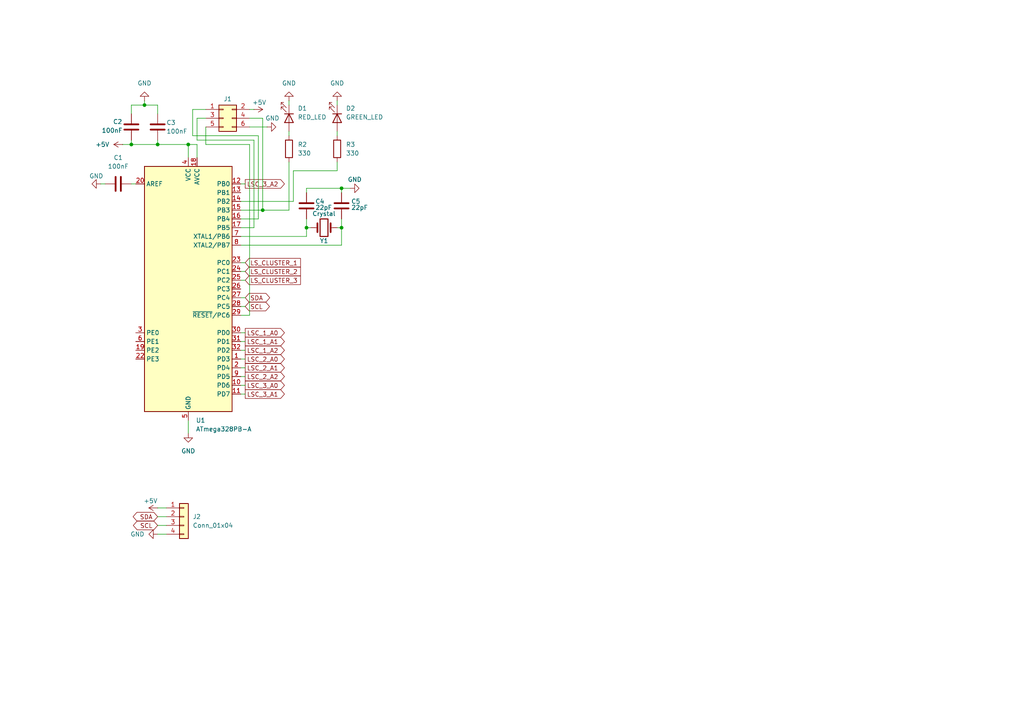
<source format=kicad_sch>
(kicad_sch (version 20231120) (generator "eeschema") (generator_version "8.0")
  (paper "A4")
  (junction (at 71.12 294.64))
  (junction (at 160.02 326.39))
  (junction (at 91.44 281.94))
  (junction (at 238.76 237.49))
  (junction (at 29.21 254))
  (junction (at 248.92 257.81))
  (junction (at 228.6 257.81))
  (junction (at 91.44 231.14))
  (junction (at 228.6 270.51))
  (junction (at 170.18 257.81))
  (junction (at 91.44 294.64))
  (junction (at 99.06 66.04))
  (junction (at 228.6 295.91))
  (junction (at 238.76 313.69))
  (junction (at 81.28 299.72))
  (junction (at 81.28 312.42))
  (junction (at 54.61 41.91))
  (junction (at 33.02 261.62))
  (junction (at 71.12 269.24))
  (junction (at 149.86 295.91))
  (junction (at 228.6 283.21))
  (junction (at 170.18 232.41))
  (junction (at 160.02 288.29))
  (junction (at 186.69 255.27))
  (junction (at 160.02 237.49))
  (junction (at 160.02 313.69))
  (junction (at 111.76 262.89))
  (junction (at 71.12 243.84))
  (junction (at 248.92 308.61))
  (junction (at 248.92 283.21))
  (junction (at 149.86 321.31))
  (junction (at 81.28 248.92))
  (junction (at 238.76 250.19))
  (junction (at 248.92 321.31))
  (junction (at 149.86 270.51))
  (junction (at 190.5 262.89))
  (junction (at 238.76 275.59))
  (junction (at 160.02 250.19))
  (junction (at 170.18 245.11))
  (junction (at 88.9 66.04))
  (junction (at 228.6 232.41))
  (junction (at 149.86 245.11))
  (junction (at 41.91 30.48))
  (junction (at 160.02 275.59))
  (junction (at 238.76 288.29))
  (junction (at 149.86 283.21))
  (junction (at 248.92 295.91))
  (junction (at 248.92 270.51))
  (junction (at 228.6 321.31))
  (junction (at 71.12 307.34))
  (junction (at 238.76 326.39))
  (junction (at 228.6 245.11))
  (junction (at 238.76 300.99))
  (junction (at 71.12 231.14))
  (junction (at 91.44 256.54))
  (junction (at 76.2 60.96))
  (junction (at 170.18 295.91))
  (junction (at 170.18 308.61))
  (junction (at 91.44 243.84))
  (junction (at 81.28 274.32))
  (junction (at 170.18 270.51))
  (junction (at 45.72 41.91))
  (junction (at 248.92 245.11))
  (junction (at 170.18 321.31))
  (junction (at 160.02 262.89))
  (junction (at 91.44 307.34))
  (junction (at 91.44 320.04))
  (junction (at 228.6 308.61))
  (junction (at 149.86 257.81))
  (junction (at 81.28 325.12))
  (junction (at 71.12 256.54))
  (junction (at 81.28 236.22))
  (junction (at 91.44 269.24))
  (junction (at 81.28 287.02))
  (junction (at 248.92 232.41))
  (junction (at 238.76 262.89))
  (junction (at 170.18 283.21))
  (junction (at 160.02 300.99))
  (junction (at 107.95 255.27))
  (junction (at 99.06 54.61))
  (junction (at 71.12 320.04))
  (junction (at 81.28 261.62))
  (junction (at 38.1 41.91))
  (junction (at 149.86 308.61))
  (junction (at 71.12 281.94))
  (junction (at 149.86 232.41))
  (wire (pts (xy 139.7 304.8) (xy 139.7 254)))
  (wire (pts (xy 72.39 312.42) (xy 71.12 312.42)))
  (wire (pts (xy 80.01 312.42) (xy 81.28 312.42)))
  (wire (pts (xy 229.87 237.49) (xy 228.6 237.49)))
  (wire (pts (xy 33.02 243.84) (xy 34.29 243.84)))
  (wire (pts (xy 144.78 254) (xy 160.02 254)))
  (wire (pts (xy 73.66 40.64) (xy 57.15 40.64)))
  (wire (pts (xy 41.91 29.21) (xy 41.91 30.48)))
  (wire (pts (xy 214.63 241.3) (xy 238.76 241.3)))
  (wire (pts (xy 247.65 300.99) (xy 248.92 300.99)))
  (wire (pts (xy 25.4 254) (xy 29.21 254)))
  (wire (pts (xy 88.9 243.84) (xy 91.44 243.84)))
  (wire (pts (xy 190.5 259.08) (xy 190.5 262.89)))
  (wire (pts (xy 158.75 288.29) (xy 160.02 288.29)))
  (wire (pts (xy 160.02 279.4) (xy 160.02 275.59)))
  (wire (pts (xy 227.33 270.51) (xy 228.6 270.51)))
  (wire (pts (xy 85.09 49.53) (xy 97.79 49.53)))
  (wire (pts (xy 71.12 256.54) (xy 72.39 256.54)))
  (wire (pts (xy 219.71 292.1) (xy 238.76 292.1)))
  (wire (pts (xy 248.92 283.21) (xy 248.92 288.29)))
  (wire (pts (xy 38.1 30.48) (xy 41.91 30.48)))
  (wire (pts (xy 71.12 307.34) (xy 72.39 307.34)))
  (wire (pts (xy 246.38 232.41) (xy 248.92 232.41)))
  (wire (pts (xy 238.76 241.3) (xy 238.76 237.49)))
  (wire (pts (xy 71.12 325.12) (xy 71.12 320.04)))
  (wire (pts (xy 228.6 270.51) (xy 229.87 270.51)))
  (wire (pts (xy 248.92 245.11) (xy 248.92 250.19)))
  (wire (pts (xy 246.38 245.11) (xy 248.92 245.11)))
  (wire (pts (xy 80.01 281.94) (xy 81.28 281.94)))
  (wire (pts (xy 148.59 283.21) (xy 149.86 283.21)))
  (wire (pts (xy 45.72 41.91) (xy 54.61 41.91)))
  (wire (pts (xy 38.1 41.91) (xy 45.72 41.91)))
  (wire (pts (xy 170.18 245.11) (xy 171.45 245.11)))
  (wire (pts (xy 149.86 288.29) (xy 149.86 283.21)))
  (wire (pts (xy 71.12 53.34) (xy 69.85 53.34)))
  (wire (pts (xy 72.39 261.62) (xy 71.12 261.62)))
  (wire (pts (xy 237.49 262.89) (xy 238.76 262.89)))
  (wire (pts (xy 149.86 326.39) (xy 149.86 321.31)))
  (wire (pts (xy 229.87 262.89) (xy 228.6 262.89)))
  (wire (pts (xy 158.75 232.41) (xy 160.02 232.41)))
  (wire (pts (xy 91.44 248.92) (xy 90.17 248.92)))
  (wire (pts (xy 167.64 257.81) (xy 170.18 257.81)))
  (wire (pts (xy 248.92 283.21) (xy 250.19 283.21)))
  (wire (pts (xy 229.87 326.39) (xy 228.6 326.39)))
  (wire (pts (xy 80.01 307.34) (xy 81.28 307.34)))
  (wire (pts (xy 160.02 330.2) (xy 160.02 326.39)))
  (wire (pts (xy 190.5 251.46) (xy 191.77 251.46)))
  (wire (pts (xy 107.95 238.76) (xy 107.95 255.27)))
  (wire (pts (xy 92.71 269.24) (xy 91.44 269.24)))
  (wire (pts (xy 71.12 231.14) (xy 72.39 231.14)))
  (wire (pts (xy 248.92 232.41) (xy 248.92 237.49)))
  (wire (pts (xy 238.76 279.4) (xy 238.76 275.59)))
  (wire (pts (xy 140.97 292.1) (xy 160.02 292.1)))
  (wire (pts (xy 190.5 262.89) (xy 190.5 266.7)))
  (wire (pts (xy 227.33 308.61) (xy 228.6 308.61)))
  (wire (pts (xy 81.28 325.12) (xy 82.55 325.12)))
  (wire (pts (xy 149.86 257.81) (xy 151.13 257.81)))
  (wire (pts (xy 138.43 317.5) (xy 138.43 256.54)))
  (wire (pts (xy 81.28 278.13) (xy 81.28 274.32)))
  (wire (pts (xy 45.72 152.4) (xy 48.26 152.4)))
  (wire (pts (xy 237.49 275.59) (xy 238.76 275.59)))
  (wire (pts (xy 91.44 307.34) (xy 91.44 312.42)))
  (wire (pts (xy 64.77 265.43) (xy 81.28 265.43)))
  (wire (pts (xy 71.12 281.94) (xy 72.39 281.94)))
  (wire (pts (xy 107.95 262.89) (xy 111.76 262.89)))
  (wire (pts (xy 220.98 248.92) (xy 214.63 248.92)))
  (wire (pts (xy 83.82 29.21) (xy 83.82 30.48)))
  (wire (pts (xy 88.9 256.54) (xy 91.44 256.54)))
  (wire (pts (xy 248.92 308.61) (xy 250.19 308.61)))
  (wire (pts (xy 228.6 288.29) (xy 228.6 283.21)))
  (wire (pts (xy 227.33 257.81) (xy 228.6 257.81)))
  (wire (pts (xy 238.76 304.8) (xy 238.76 300.99)))
  (wire (pts (xy 90.17 299.72) (xy 91.44 299.72)))
  (wire (pts (xy 238.76 288.29) (xy 240.03 288.29)))
  (wire (pts (xy 45.72 40.64) (xy 45.72 41.91)))
  (wire (pts (xy 91.44 231.14) (xy 92.71 231.14)))
  (wire (pts (xy 80.01 287.02) (xy 81.28 287.02)))
  (wire (pts (xy 170.18 321.31) (xy 171.45 321.31)))
  (wire (pts (xy 168.91 250.19) (xy 170.18 250.19)))
  (wire (pts (xy 160.02 250.19) (xy 161.29 250.19)))
  (wire (pts (xy 111.76 245.11) (xy 113.03 245.11)))
  (wire (pts (xy 90.17 325.12) (xy 91.44 325.12)))
  (wire (pts (xy 217.17 317.5) (xy 238.76 317.5)))
  (wire (pts (xy 90.17 66.04) (xy 88.9 66.04)))
  (wire (pts (xy 72.39 31.75) (xy 73.66 31.75)))
  (wire (pts (xy 248.92 308.61) (xy 248.92 313.69)))
  (wire (pts (xy 80.01 269.24) (xy 81.28 269.24)))
  (wire (pts (xy 142.24 279.4) (xy 160.02 279.4)))
  (wire (pts (xy 62.23 290.83) (xy 62.23 250.19)))
  (wire (pts (xy 143.51 246.38) (xy 135.89 246.38)))
  (wire (pts (xy 71.12 99.06) (xy 69.85 99.06)))
  (wire (pts (xy 222.25 266.7) (xy 238.76 266.7)))
  (wire (pts (xy 66.04 242.57) (xy 57.15 242.57)))
  (wire (pts (xy 90.17 236.22) (xy 91.44 236.22)))
  (wire (pts (xy 237.49 288.29) (xy 238.76 288.29)))
  (wire (pts (xy 229.87 300.99) (xy 228.6 300.99)))
  (wire (pts (xy 158.75 308.61) (xy 160.02 308.61)))
  (wire (pts (xy 227.33 283.21) (xy 228.6 283.21)))
  (wire (pts (xy 91.44 281.94) (xy 91.44 287.02)))
  (wire (pts (xy 191.77 238.76) (xy 186.69 238.76)))
  (wire (pts (xy 63.5 278.13) (xy 63.5 247.65)))
  (wire (pts (xy 149.86 295.91) (xy 151.13 295.91)))
  (wire (pts (xy 81.28 287.02) (xy 82.55 287.02)))
  (wire (pts (xy 57.15 45.72) (xy 57.15 41.91)))
  (wire (pts (xy 170.18 232.41) (xy 171.45 232.41)))
  (wire (pts (xy 223.52 254) (xy 238.76 254)))
  (wire (pts (xy 81.28 252.73) (xy 81.28 248.92)))
  (wire (pts (xy 248.92 270.51) (xy 248.92 275.59)))
  (wire (pts (xy 228.6 245.11) (xy 229.87 245.11)))
  (wire (pts (xy 90.17 261.62) (xy 91.44 261.62)))
  (wire (pts (xy 247.65 275.59) (xy 248.92 275.59)))
  (wire (pts (xy 167.64 245.11) (xy 170.18 245.11)))
  (wire (pts (xy 228.6 250.19) (xy 228.6 245.11)))
  (wire (pts (xy 228.6 275.59) (xy 228.6 270.51)))
  (wire (pts (xy 57.15 41.91) (xy 54.61 41.91)))
  (wire (pts (xy 72.39 34.29) (xy 76.2 34.29)))
  (wire (pts (xy 238.76 254) (xy 238.76 250.19)))
  (wire (pts (xy 248.92 321.31) (xy 248.92 326.39)))
  (wire (pts (xy 72.39 299.72) (xy 71.12 299.72)))
  (wire (pts (xy 59.69 255.27) (xy 57.15 255.27)))
  (wire (pts (xy 81.28 274.32) (xy 82.55 274.32)))
  (wire (pts (xy 41.91 30.48) (xy 45.72 30.48)))
  (wire (pts (xy 140.97 251.46) (xy 135.89 251.46)))
  (wire (pts (xy 60.96 303.53) (xy 60.96 252.73)))
  (wire (pts (xy 247.65 288.29) (xy 248.92 288.29)))
  (wire (pts (xy 246.38 321.31) (xy 248.92 321.31)))
  (wire (pts (xy 222.25 246.38) (xy 214.63 246.38)))
  (wire (pts (xy 168.91 313.69) (xy 170.18 313.69)))
  (wire (pts (xy 59.69 316.23) (xy 59.69 255.27)))
  (wire (pts (xy 228.6 262.89) (xy 228.6 257.81)))
  (wire (pts (xy 59.69 36.83) (xy 59.69 41.91)))
  (wire (pts (xy 168.91 237.49) (xy 170.18 237.49)))
  (wire (pts (xy 29.21 261.62) (xy 33.02 261.62)))
  (wire (pts (xy 238.76 300.99) (xy 240.03 300.99)))
  (wire (pts (xy 71.12 294.64) (xy 72.39 294.64)))
  (wire (pts (xy 72.39 325.12) (xy 71.12 325.12)))
  (wire (pts (xy 71.12 236.22) (xy 71.12 231.14)))
  (wire (pts (xy 237.49 270.51) (xy 238.76 270.51)))
  (wire (pts (xy 111.76 259.08) (xy 111.76 262.89)))
  (wire (pts (xy 88.9 54.61) (xy 88.9 55.88)))
  (wire (pts (xy 111.76 242.57) (xy 113.03 242.57)))
  (wire (pts (xy 149.86 308.61) (xy 151.13 308.61)))
  (wire (pts (xy 151.13 300.99) (xy 149.86 300.99)))
  (wire (pts (xy 170.18 245.11) (xy 170.18 250.19)))
  (wire (pts (xy 238.76 262.89) (xy 240.03 262.89)))
  (wire (pts (xy 113.03 238.76) (xy 107.95 238.76)))
  (wire (pts (xy 66.04 252.73) (xy 66.04 242.57)))
  (wire (pts (xy 238.76 292.1) (xy 238.76 288.29)))
  (wire (pts (xy 246.38 257.81) (xy 248.92 257.81)))
  (wire (pts (xy 38.1 41.91) (xy 38.1 40.64)))
  (wire (pts (xy 237.49 295.91) (xy 238.76 295.91)))
  (wire (pts (xy 33.02 261.62) (xy 33.02 265.43)))
  (wire (pts (xy 80.01 261.62) (xy 81.28 261.62)))
  (wire (pts (xy 90.17 287.02) (xy 91.44 287.02)))
  (wire (pts (xy 81.28 248.92) (xy 82.55 248.92)))
  (wire (pts (xy 72.39 41.91) (xy 72.39 91.44)))
  (wire (pts (xy 168.91 300.99) (xy 170.18 300.99)))
  (wire (pts (xy 138.43 317.5) (xy 160.02 317.5)))
  (wire (pts (xy 170.18 270.51) (xy 170.18 275.59)))
  (wire (pts (xy 55.88 31.75) (xy 59.69 31.75)))
  (wire (pts (xy 238.76 317.5) (xy 238.76 313.69)))
  (wire (pts (xy 69.85 63.5) (xy 74.93 63.5)))
  (wire (pts (xy 158.75 250.19) (xy 160.02 250.19)))
  (wire (pts (xy 71.12 88.9) (xy 69.85 88.9)))
  (wire (pts (xy 66.04 252.73) (xy 81.28 252.73)))
  (wire (pts (xy 149.86 237.49) (xy 149.86 232.41)))
  (wire (pts (xy 54.61 45.72) (xy 54.61 41.91)))
  (wire (pts (xy 148.59 308.61) (xy 149.86 308.61)))
  (wire (pts (xy 238.76 275.59) (xy 240.03 275.59)))
  (wire (pts (xy 158.75 275.59) (xy 160.02 275.59)))
  (wire (pts (xy 71.12 312.42) (xy 71.12 307.34)))
  (wire (pts (xy 91.44 243.84) (xy 92.71 243.84)))
  (wire (pts (xy 101.6 54.61) (xy 99.06 54.61)))
  (wire (pts (xy 229.87 250.19) (xy 228.6 250.19)))
  (wire (pts (xy 64.77 245.11) (xy 57.15 245.11)))
  (wire (pts (xy 167.64 308.61) (xy 170.18 308.61)))
  (wire (pts (xy 158.75 237.49) (xy 160.02 237.49)))
  (wire (pts (xy 81.28 312.42) (xy 82.55 312.42)))
  (wire (pts (xy 186.69 262.89) (xy 190.5 262.89)))
  (wire (pts (xy 81.28 265.43) (xy 81.28 261.62)))
  (wire (pts (xy 158.75 270.51) (xy 160.02 270.51)))
  (wire (pts (xy 111.76 262.89) (xy 111.76 266.7)))
  (wire (pts (xy 33.02 257.81) (xy 33.02 261.62)))
  (wire (pts (xy 91.44 320.04) (xy 91.44 325.12)))
  (wire (pts (xy 80.01 274.32) (xy 81.28 274.32)))
  (wire (pts (xy 143.51 266.7) (xy 143.51 246.38)))
  (wire (pts (xy 63.5 247.65) (xy 57.15 247.65)))
  (wire (pts (xy 104.14 255.27) (xy 107.95 255.27)))
  (wire (pts (xy 71.12 104.14) (xy 69.85 104.14)))
  (wire (pts (xy 186.69 238.76) (xy 186.69 255.27)))
  (wire (pts (xy 149.86 321.31) (xy 151.13 321.31)))
  (wire (pts (xy 182.88 255.27) (xy 186.69 255.27)))
  (wire (pts (xy 137.16 330.2) (xy 160.02 330.2)))
  (wire (pts (xy 237.49 232.41) (xy 238.76 232.41)))
  (wire (pts (xy 135.89 241.3) (xy 160.02 241.3)))
  (wire (pts (xy 223.52 254) (xy 223.52 243.84)))
  (wire (pts (xy 248.92 321.31) (xy 250.19 321.31)))
  (wire (pts (xy 148.59 257.81) (xy 149.86 257.81)))
  (wire (pts (xy 246.38 283.21) (xy 248.92 283.21)))
  (wire (pts (xy 148.59 270.51) (xy 149.86 270.51)))
  (wire (pts (xy 170.18 283.21) (xy 171.45 283.21)))
  (wire (pts (xy 138.43 256.54) (xy 135.89 256.54)))
  (wire (pts (xy 158.75 313.69) (xy 160.02 313.69)))
  (wire (pts (xy 158.75 245.11) (xy 160.02 245.11)))
  (wire (pts (xy 237.49 321.31) (xy 238.76 321.31)))
  (wire (pts (xy 97.79 38.1) (xy 97.79 39.37)))
  (wire (pts (xy 80.01 243.84) (xy 81.28 243.84)))
  (wire (pts (xy 229.87 288.29) (xy 228.6 288.29)))
  (wire (pts (xy 219.71 251.46) (xy 214.63 251.46)))
  (wire (pts (xy 237.49 300.99) (xy 238.76 300.99)))
  (wire (pts (xy 71.12 274.32) (xy 71.12 269.24)))
  (wire (pts (xy 148.59 321.31) (xy 149.86 321.31)))
  (wire (pts (xy 140.97 292.1) (xy 140.97 251.46)))
  (wire (pts (xy 228.6 326.39) (xy 228.6 321.31)))
  (wire (pts (xy 238.76 330.2) (xy 238.76 326.39)))
  (wire (pts (xy 142.24 248.92) (xy 135.89 248.92)))
  (wire (pts (xy 238.76 313.69) (xy 240.03 313.69)))
  (wire (pts (xy 160.02 317.5) (xy 160.02 313.69)))
  (wire (pts (xy 74.93 63.5) (xy 74.93 39.37)))
  (wire (pts (xy 139.7 254) (xy 135.89 254)))
  (wire (pts (xy 151.13 250.19) (xy 149.86 250.19)))
  (wire (pts (xy 160.02 275.59) (xy 161.29 275.59)))
  (wire (pts (xy 190.5 247.65) (xy 191.77 247.65)))
  (wire (pts (xy 88.9 66.04) (xy 88.9 63.5)))
  (wire (pts (xy 237.49 283.21) (xy 238.76 283.21)))
  (wire (pts (xy 168.91 288.29) (xy 170.18 288.29)))
  (wire (pts (xy 218.44 304.8) (xy 238.76 304.8)))
  (wire (pts (xy 237.49 308.61) (xy 238.76 308.61)))
  (wire (pts (xy 62.23 250.19) (xy 57.15 250.19)))
  (wire (pts (xy 229.87 313.69) (xy 228.6 313.69)))
  (wire (pts (xy 71.12 269.24) (xy 72.39 269.24)))
  (wire (pts (xy 80.01 236.22) (xy 81.28 236.22)))
  (wire (pts (xy 88.9 307.34) (xy 91.44 307.34)))
  (wire (pts (xy 247.65 262.89) (xy 248.92 262.89)))
  (wire (pts (xy 69.85 71.12) (xy 99.06 71.12)))
  (wire (pts (xy 80.01 325.12) (xy 81.28 325.12)))
  (wire (pts (xy 81.28 236.22) (xy 82.55 236.22)))
  (wire (pts (xy 107.95 255.27) (xy 113.03 255.27)))
  (wire (pts (xy 88.9 231.14) (xy 91.44 231.14)))
  (wire (pts (xy 228.6 295.91) (xy 229.87 295.91)))
  (wire (pts (xy 222.25 266.7) (xy 222.25 246.38)))
  (wire (pts (xy 160.02 304.8) (xy 160.02 300.99)))
  (wire (pts (xy 160.02 292.1) (xy 160.02 288.29)))
  (wire (pts (xy 88.9 68.58) (xy 88.9 66.04)))
  (wire (pts (xy 151.13 326.39) (xy 149.86 326.39)))
  (wire (pts (xy 91.44 256.54) (xy 92.71 256.54)))
  (wire (pts (xy 69.85 320.04) (xy 71.12 320.04)))
  (wire (pts (xy 69.85 281.94) (xy 71.12 281.94)))
  (wire (pts (xy 71.12 109.22) (xy 69.85 109.22)))
  (wire (pts (xy 170.18 321.31) (xy 170.18 326.39)))
  (wire (pts (xy 69.85 294.64) (xy 71.12 294.64)))
  (wire (pts (xy 247.65 313.69) (xy 248.92 313.69)))
  (wire (pts (xy 246.38 270.51) (xy 248.92 270.51)))
  (wire (pts (xy 227.33 232.41) (xy 228.6 232.41)))
  (wire (pts (xy 168.91 275.59) (xy 170.18 275.59)))
  (wire (pts (xy 218.44 254) (xy 214.63 254)))
  (wire (pts (xy 80.01 294.64) (xy 81.28 294.64)))
  (wire (pts (xy 111.76 259.08) (xy 113.03 259.08)))
  (wire (pts (xy 91.44 269.24) (xy 91.44 274.32)))
  (wire (pts (xy 60.96 303.53) (xy 81.28 303.53)))
  (wire (pts (xy 111.76 247.65) (xy 113.03 247.65)))
  (wire (pts (xy 158.75 326.39) (xy 160.02 326.39)))
  (wire (pts (xy 237.49 313.69) (xy 238.76 313.69)))
  (wire (pts (xy 81.28 303.53) (xy 81.28 299.72)))
  (wire (pts (xy 223.52 243.84) (xy 214.63 243.84)))
  (wire (pts (xy 139.7 304.8) (xy 160.02 304.8)))
  (wire (pts (xy 144.78 243.84) (xy 135.89 243.84)))
  (wire (pts (xy 57.15 40.64) (xy 57.15 34.29)))
  (wire (pts (xy 81.28 316.23) (xy 81.28 312.42)))
  (wire (pts (xy 72.39 274.32) (xy 71.12 274.32)))
  (wire (pts (xy 149.86 275.59) (xy 149.86 270.51)))
  (wire (pts (xy 227.33 295.91) (xy 228.6 295.91)))
  (wire (pts (xy 33.02 250.19) (xy 34.29 250.19)))
  (wire (pts (xy 88.9 294.64) (xy 91.44 294.64)))
  (wire (pts (xy 88.9 269.24) (xy 91.44 269.24)))
  (wire (pts (xy 238.76 250.19) (xy 240.03 250.19)))
  (wire (pts (xy 33.02 246.38) (xy 34.29 246.38)))
  (wire (pts (xy 190.5 242.57) (xy 191.77 242.57)))
  (wire (pts (xy 91.44 320.04) (xy 92.71 320.04)))
  (wire (pts (xy 158.75 321.31) (xy 160.02 321.31)))
  (wire (pts (xy 80.01 299.72) (xy 81.28 299.72)))
  (wire (pts (xy 227.33 321.31) (xy 228.6 321.31)))
  (wire (pts (xy 99.06 54.61) (xy 88.9 54.61)))
  (wire (pts (xy 149.86 300.99) (xy 149.86 295.91)))
  (wire (pts (xy 58.42 328.93) (xy 81.28 328.93)))
  (wire (pts (xy 71.12 299.72) (xy 71.12 294.64)))
  (wire (pts (xy 149.86 262.89) (xy 149.86 257.81)))
  (wire (pts (xy 71.12 96.52) (xy 69.85 96.52)))
  (wire (pts (xy 248.92 245.11) (xy 250.19 245.11)))
  (wire (pts (xy 237.49 245.11) (xy 238.76 245.11)))
  (wire (pts (xy 76.2 34.29) (xy 76.2 60.96)))
  (wire (pts (xy 158.75 300.99) (xy 160.02 300.99)))
  (wire (pts (xy 160.02 326.39) (xy 161.29 326.39)))
  (wire (pts (xy 190.5 245.11) (xy 191.77 245.11)))
  (wire (pts (xy 59.69 41.91) (xy 72.39 41.91)))
  (wire (pts (xy 71.12 320.04) (xy 72.39 320.04)))
  (wire (pts (xy 45.72 154.94) (xy 48.26 154.94)))
  (wire (pts (xy 220.98 279.4) (xy 220.98 248.92)))
  (wire (pts (xy 69.85 66.04) (xy 73.66 66.04)))
  (wire (pts (xy 248.92 270.51) (xy 250.19 270.51)))
  (wire (pts (xy 29.21 237.49) (xy 29.21 254)))
  (wire (pts (xy 91.44 307.34) (xy 92.71 307.34)))
  (wire (pts (xy 170.18 295.91) (xy 171.45 295.91)))
  (wire (pts (xy 71.12 111.76) (xy 69.85 111.76)))
  (wire (pts (xy 151.13 288.29) (xy 149.86 288.29)))
  (wire (pts (xy 170.18 308.61) (xy 171.45 308.61)))
  (wire (pts (xy 228.6 257.81) (xy 229.87 257.81)))
  (wire (pts (xy 72.39 248.92) (xy 71.12 248.92)))
  (wire (pts (xy 111.76 251.46) (xy 113.03 251.46)))
  (wire (pts (xy 38.1 53.34) (xy 39.37 53.34)))
  (wire (pts (xy 71.12 101.6) (xy 69.85 101.6)))
  (wire (pts (xy 168.91 262.89) (xy 170.18 262.89)))
  (wire (pts (xy 167.64 270.51) (xy 170.18 270.51)))
  (wire (pts (xy 248.92 232.41) (xy 250.19 232.41)))
  (wire (pts (xy 219.71 292.1) (xy 219.71 251.46)))
  (wire (pts (xy 81.28 299.72) (xy 82.55 299.72)))
  (wire (pts (xy 90.17 274.32) (xy 91.44 274.32)))
  (wire (pts (xy 69.85 58.42) (xy 85.09 58.42)))
  (wire (pts (xy 151.13 237.49) (xy 149.86 237.49)))
  (wire (pts (xy 248.92 257.81) (xy 248.92 262.89)))
  (wire (pts (xy 238.76 237.49) (xy 240.03 237.49)))
  (wire (pts (xy 85.09 58.42) (xy 85.09 49.53)))
  (wire (pts (xy 149.86 245.11) (xy 151.13 245.11)))
  (wire (pts (xy 33.02 261.62) (xy 34.29 261.62)))
  (wire (pts (xy 237.49 237.49) (xy 238.76 237.49)))
  (wire (pts (xy 69.85 60.96) (xy 76.2 60.96)))
  (wire (pts (xy 69.85 243.84) (xy 71.12 243.84)))
  (wire (pts (xy 71.12 287.02) (xy 71.12 281.94)))
  (wire (pts (xy 170.18 295.91) (xy 170.18 300.99)))
  (wire (pts (xy 60.96 252.73) (xy 57.15 252.73)))
  (wire (pts (xy 58.42 257.81) (xy 57.15 257.81)))
  (wire (pts (xy 57.15 240.03) (xy 81.28 240.03)))
  (wire (pts (xy 160.02 288.29) (xy 161.29 288.29)))
  (wire (pts (xy 228.6 308.61) (xy 229.87 308.61)))
  (wire (pts (xy 71.12 86.36) (xy 69.85 86.36)))
  (wire (pts (xy 45.72 149.86) (xy 48.26 149.86)))
  (wire (pts (xy 160.02 262.89) (xy 161.29 262.89)))
  (wire (pts (xy 71.12 114.3) (xy 69.85 114.3)))
  (wire (pts (xy 33.02 257.81) (xy 34.29 257.81)))
  (wire (pts (xy 149.86 232.41) (xy 151.13 232.41)))
  (wire (pts (xy 72.39 287.02) (xy 71.12 287.02)))
  (wire (pts (xy 81.28 290.83) (xy 81.28 287.02)))
  (wire (pts (xy 151.13 262.89) (xy 149.86 262.89)))
  (wire (pts (xy 64.77 265.43) (xy 64.77 245.11)))
  (wire (pts (xy 69.85 76.2) (xy 71.12 76.2)))
  (wire (pts (xy 58.42 328.93) (xy 58.42 257.81)))
  (wire (pts (xy 228.6 283.21) (xy 229.87 283.21)))
  (wire (pts (xy 151.13 275.59) (xy 149.86 275.59)))
  (wire (pts (xy 99.06 54.61) (xy 99.06 55.88)))
  (wire (pts (xy 90.17 312.42) (xy 91.44 312.42)))
  (wire (pts (xy 217.17 317.5) (xy 217.17 256.54)))
  (wire (pts (xy 80.01 256.54) (xy 81.28 256.54)))
  (wire (pts (xy 149.86 270.51) (xy 151.13 270.51)))
  (wire (pts (xy 83.82 60.96) (xy 83.82 46.99)))
  (wire (pts (xy 69.85 91.44) (xy 72.39 91.44)))
  (wire (pts (xy 144.78 254) (xy 144.78 243.84)))
  (wire (pts (xy 69.85 68.58) (xy 88.9 68.58)))
  (wire (pts (xy 248.92 295.91) (xy 248.92 300.99)))
  (wire (pts (xy 142.24 279.4) (xy 142.24 248.92)))
  (wire (pts (xy 215.9 259.08) (xy 214.63 259.08)))
  (wire (pts (xy 215.9 330.2) (xy 238.76 330.2)))
  (wire (pts (xy 215.9 330.2) (xy 215.9 259.08)))
  (wire (pts (xy 69.85 269.24) (xy 71.12 269.24)))
  (wire (pts (xy 247.65 237.49) (xy 248.92 237.49)))
  (wire (pts (xy 238.76 326.39) (xy 240.03 326.39)))
  (wire (pts (xy 186.69 255.27) (xy 191.77 255.27)))
  (wire (pts (xy 246.38 308.61) (xy 248.92 308.61)))
  (wire (pts (xy 81.28 240.03) (xy 81.28 236.22)))
  (wire (pts (xy 237.49 326.39) (xy 238.76 326.39)))
  (wire (pts (xy 33.02 241.3) (xy 34.29 241.3)))
  (wire (pts (xy 80.01 248.92) (xy 81.28 248.92)))
  (wire (pts (xy 69.85 78.74) (xy 71.12 78.74)))
  (wire (pts (xy 229.87 275.59) (xy 228.6 275.59)))
  (wire (pts (xy 69.85 307.34) (xy 71.12 307.34)))
  (wire (pts (xy 91.44 294.64) (xy 92.71 294.64)))
  (wire (pts (xy 35.56 41.91) (xy 38.1 41.91)))
  (wire (pts (xy 246.38 295.91) (xy 248.92 295.91)))
  (wire (pts (xy 29.21 254) (xy 34.29 254)))
  (wire (pts (xy 217.17 256.54) (xy 214.63 256.54)))
  (wire (pts (xy 55.88 39.37) (xy 55.88 31.75)))
  (wire (pts (xy 69.85 256.54) (xy 71.12 256.54)))
  (wire (pts (xy 158.75 283.21) (xy 160.02 283.21)))
  (wire (pts (xy 170.18 308.61) (xy 170.18 313.69)))
  (wire (pts (xy 149.86 250.19) (xy 149.86 245.11)))
  (wire (pts (xy 160.02 313.69) (xy 161.29 313.69)))
  (wire (pts (xy 74.93 39.37) (xy 55.88 39.37)))
  (wire (pts (xy 45.72 147.32) (xy 48.26 147.32)))
  (wire (pts (xy 99.06 71.12) (xy 99.06 66.04)))
  (wire (pts (xy 72.39 236.22) (xy 71.12 236.22)))
  (wire (pts (xy 81.28 328.93) (xy 81.28 325.12)))
  (wire (pts (xy 158.75 262.89) (xy 160.02 262.89)))
  (wire (pts (xy 228.6 237.49) (xy 228.6 232.41)))
  (wire (pts (xy 170.18 270.51) (xy 171.45 270.51)))
  (wire (pts (xy 63.5 278.13) (xy 81.28 278.13)))
  (wire (pts (xy 69.85 231.14) (xy 71.12 231.14)))
  (wire (pts (xy 71.12 243.84) (xy 72.39 243.84)))
  (wire (pts (xy 54.61 121.92) (xy 54.61 125.73)))
  (wire (pts (xy 167.64 232.41) (xy 170.18 232.41)))
  (wire (pts (xy 71.12 106.68) (xy 69.85 106.68)))
  (wire (pts (xy 99.06 66.04) (xy 97.79 66.04)))
  (wire (pts (xy 167.64 283.21) (xy 170.18 283.21)))
  (wire (pts (xy 91.44 294.64) (xy 91.44 299.72)))
  (wire (pts (xy 88.9 320.04) (xy 91.44 320.04)))
  (wire (pts (xy 91.44 231.14) (xy 91.44 236.22)))
  (wire (pts (xy 148.59 245.11) (xy 149.86 245.11)))
  (wire (pts (xy 143.51 266.7) (xy 160.02 266.7)))
  (wire (pts (xy 81.28 261.62) (xy 82.55 261.62)))
  (wire (pts (xy 237.49 257.81) (xy 238.76 257.81)))
  (wire (pts (xy 73.66 40.64) (xy 73.66 66.04)))
  (wire (pts (xy 72.39 36.83) (xy 77.47 36.83)))
  (wire (pts (xy 228.6 313.69) (xy 228.6 308.61)))
  (wire (pts (xy 190.5 262.89) (xy 191.77 262.89)))
  (wire (pts (xy 160.02 300.99) (xy 161.29 300.99)))
  (wire (pts (xy 238.76 266.7) (xy 238.76 262.89)))
  (wire (pts (xy 91.44 243.84) (xy 91.44 248.92)))
  (wire (pts (xy 88.9 281.94) (xy 91.44 281.94)))
  (wire (pts (xy 237.49 250.19) (xy 238.76 250.19)))
  (wire (pts (xy 71.12 248.92) (xy 71.12 243.84)))
  (wire (pts (xy 170.18 283.21) (xy 170.18 288.29)))
  (wire (pts (xy 151.13 313.69) (xy 149.86 313.69)))
  (wire (pts (xy 76.2 60.96) (xy 83.82 60.96)))
  (wire (pts (xy 45.72 30.48) (xy 45.72 33.02)))
  (wire (pts (xy 248.92 295.91) (xy 250.19 295.91)))
  (wire (pts (xy 167.64 321.31) (xy 170.18 321.31)))
  (wire (pts (xy 97.79 29.21) (xy 97.79 30.48)))
  (wire (pts (xy 91.44 256.54) (xy 91.44 261.62)))
  (wire (pts (xy 190.5 259.08) (xy 191.77 259.08)))
  (wire (pts (xy 227.33 245.11) (xy 228.6 245.11)))
  (wire (pts (xy 220.98 279.4) (xy 238.76 279.4)))
  (wire (pts (xy 91.44 281.94) (xy 92.71 281.94)))
  (wire (pts (xy 149.86 313.69) (xy 149.86 308.61)))
  (wire (pts (xy 160.02 241.3) (xy 160.02 237.49)))
  (wire (pts (xy 99.06 66.04) (xy 99.06 63.5)))
  (wire (pts (xy 62.23 290.83) (xy 81.28 290.83)))
  (wire (pts (xy 170.18 257.81) (xy 171.45 257.81)))
  (wire (pts (xy 167.64 295.91) (xy 170.18 295.91)))
  (wire (pts (xy 170.18 232.41) (xy 170.18 237.49)))
  (wire (pts (xy 97.79 49.53) (xy 97.79 46.99)))
  (wire (pts (xy 160.02 254) (xy 160.02 250.19)))
  (wire (pts (xy 137.16 259.08) (xy 135.89 259.08)))
  (wire (pts (xy 38.1 33.02) (xy 38.1 30.48)))
  (wire (pts (xy 158.75 257.81) (xy 160.02 257.81)))
  (wire (pts (xy 83.82 38.1) (xy 83.82 39.37)))
  (wire (pts (xy 170.18 257.81) (xy 170.18 262.89)))
  (wire (pts (xy 248.92 257.81) (xy 250.19 257.81)))
  (wire (pts (xy 148.59 295.91) (xy 149.86 295.91)))
  (wire (pts (xy 247.65 250.19) (xy 248.92 250.19)))
  (wire (pts (xy 218.44 304.8) (xy 218.44 254)))
  (wire (pts (xy 228.6 321.31) (xy 229.87 321.31)))
  (wire (pts (xy 34.29 237.49) (xy 29.21 237.49)))
  (wire (pts (xy 80.01 231.14) (xy 81.28 231.14)))
  (wire (pts (xy 160.02 266.7) (xy 160.02 262.89)))
  (wire (pts (xy 71.12 261.62) (xy 71.12 256.54)))
  (wire (pts (xy 80.01 320.04) (xy 81.28 320.04)))
  (wire (pts (xy 149.86 283.21) (xy 151.13 283.21)))
  (wire (pts (xy 228.6 232.41) (xy 229.87 232.41)))
  (wire (pts (xy 228.6 300.99) (xy 228.6 295.91)))
  (wire (pts (xy 160.02 237.49) (xy 161.29 237.49)))
  (wire (pts (xy 247.65 326.39) (xy 248.92 326.39)))
  (wire (pts (xy 111.76 262.89) (xy 113.03 262.89)))
  (wire (pts (xy 168.91 326.39) (xy 170.18 326.39)))
  (wire (pts (xy 148.59 232.41) (xy 149.86 232.41)))
  (wire (pts (xy 57.15 34.29) (xy 59.69 34.29)))
  (wire (pts (xy 59.69 316.23) (xy 81.28 316.23)))
  (wire (pts (xy 158.75 295.91) (xy 160.02 295.91)))
  (wire (pts (xy 30.48 53.34) (xy 29.21 53.34)))
  (wire (pts (xy 137.16 330.2) (xy 137.16 259.08)))
  (wire (pts (xy 69.85 81.28) (xy 71.12 81.28)))
  (global_label "LSC_1_A0" (shape input) (at 33.02 241.3 180) (property "Intersheetrefs" "${INTERSHEET_REFS}" (effects (hide yes))))
  (global_label "LSC_3_A0" (shape output) (at 71.12 111.76 0) (property "Intersheetrefs" "${INTERSHEET_REFS}" (effects (hide yes))))
  (global_label "LSC_3_A0" (shape input) (at 190.5 242.57 180) (property "Intersheetrefs" "${INTERSHEET_REFS}" (effects (hide yes))))
  (global_label "LSC_2_A0" (shape input) (at 111.76 242.57 180) (property "Intersheetrefs" "${INTERSHEET_REFS}" (effects (hide yes))))
  (global_label "LSC_1_A1" (shape input) (at 33.02 243.84 180) (property "Intersheetrefs" "${INTERSHEET_REFS}" (effects (hide yes))))
  (global_label "LS_CLUSTER_3" (shape input) (at 71.12 81.28 0) (property "Intersheetrefs" "${INTERSHEET_REFS}" (effects (hide yes))))
  (global_label "LSC_1_A0" (shape output) (at 71.12 96.52 0) (property "Intersheetrefs" "${INTERSHEET_REFS}" (effects (hide yes))))
  (global_label "LS_CLUSTER_1" (shape output) (at 33.02 250.19 180) (property "Intersheetrefs" "${INTERSHEET_REFS}" (effects (hide yes))))
  (global_label "LSC_2_A1" (shape input) (at 111.76 245.11 180) (property "Intersheetrefs" "${INTERSHEET_REFS}" (effects (hide yes))))
  (global_label "LS_CLUSTER_1" (shape input) (at 71.12 76.2 0) (property "Intersheetrefs" "${INTERSHEET_REFS}" (effects (hide yes))))
  (global_label "LS_CLUSTER_2" (shape output) (at 111.76 251.46 180) (property "Intersheetrefs" "${INTERSHEET_REFS}" (effects (hide yes))))
  (global_label "LSC_2_A0" (shape output) (at 71.12 104.14 0) (property "Intersheetrefs" "${INTERSHEET_REFS}" (effects (hide yes))))
  (global_label "LSC_3_A2" (shape output) (at 71.12 53.34 0) (property "Intersheetrefs" "${INTERSHEET_REFS}" (effects (hide yes))))
  (global_label "LSC_1_A1" (shape output) (at 71.12 99.06 0) (property "Intersheetrefs" "${INTERSHEET_REFS}" (effects (hide yes))))
  (global_label "LSC_1_A2" (shape input) (at 33.02 246.38 180) (property "Intersheetrefs" "${INTERSHEET_REFS}" (effects (hide yes))))
  (global_label "LSC_1_A2" (shape output) (at 71.12 101.6 0) (property "Intersheetrefs" "${INTERSHEET_REFS}" (effects (hide yes))))
  (global_label "LSC_2_A2" (shape output) (at 71.12 109.22 0) (property "Intersheetrefs" "${INTERSHEET_REFS}" (effects (hide yes))))
  (global_label "SCL" (shape bidirectional) (at 45.72 152.4 180) (property "Intersheetrefs" "${INTERSHEET_REFS}" (effects (hide yes))))
  (global_label "LSC_3_A2" (shape input) (at 190.5 247.65 180) (property "Intersheetrefs" "${INTERSHEET_REFS}" (effects (hide yes))))
  (global_label "LSC_3_A1" (shape input) (at 190.5 245.11 180) (property "Intersheetrefs" "${INTERSHEET_REFS}" (effects (hide yes))))
  (global_label "LS_CLUSTER_2" (shape input) (at 71.12 78.74 0) (property "Intersheetrefs" "${INTERSHEET_REFS}" (effects (hide yes))))
  (global_label "LSC_2_A1" (shape output) (at 71.12 106.68 0) (property "Intersheetrefs" "${INTERSHEET_REFS}" (effects (hide yes))))
  (global_label "SDA" (shape bidirectional) (at 45.72 149.86 180) (property "Intersheetrefs" "${INTERSHEET_REFS}" (effects (hide yes))))
  (global_label "LS_CLUSTER_3" (shape output) (at 190.5 251.46 180) (property "Intersheetrefs" "${INTERSHEET_REFS}" (effects (hide yes))))
  (global_label "SDA" (shape bidirectional) (at 71.12 86.36 0) (property "Intersheetrefs" "${INTERSHEET_REFS}" (effects (hide yes))))
  (global_label "SCL" (shape bidirectional) (at 71.12 88.9 0) (property "Intersheetrefs" "${INTERSHEET_REFS}" (effects (hide yes))))
  (global_label "LSC_2_A2" (shape input) (at 111.76 247.65 180) (property "Intersheetrefs" "${INTERSHEET_REFS}" (effects (hide yes))))
  (global_label "LSC_3_A1" (shape output) (at 71.12 114.3 0) (property "Intersheetrefs" "${INTERSHEET_REFS}" (effects (hide yes))))
  (symbol (lib_id "Device:C") (at 38.1 36.83 0) (unit 1)
    (property "Reference" "C2" (at 32.766 35.306 0) (effects (justify left)))
    (property "Value" "100nF" (at 29.464 37.846 0) (effects (justify left)))
    (property "Footprint" "Capacitor_SMD:C_0805_2012Metric_Pad1.18x1.45mm_HandSolder" (effects (hide yes)))
    (property "Description" "Unpolarized capacitor" (effects (hide yes)))
  )
  (symbol (lib_id "Device:LED") (at 163.83 321.31 180) (unit 1)
    (property "Reference" "D18" (at 161.544 319.024 0))
    (property "Value" "LED" (at 164.338 319.024 0))
    (property "Footprint" "footprints:LED_SMD_3mm" (effects (hide yes)))
    (property "Description" "Light emitting diode" (effects (hide yes)))
  )
  (symbol (lib_id "power:GND") (at 171.45 232.41 90) (unit 1)
    (property "Reference" "#PWR039" (effects (hide yes)))
    (property "Value" "GND" (at 175.26 232.4099 90) (effects (justify right)))
    (property "Description" "Power symbol creates a global label with name \"GND\" , ground" (effects (hide yes)))
  )
  (symbol (lib_id "power:GND") (at 92.71 307.34 90) (unit 1)
    (property "Reference" "#PWR027" (effects (hide yes)))
    (property "Value" "GND" (at 96.52 307.3399 90) (effects (justify right)))
    (property "Description" "Power symbol creates a global label with name \"GND\" , ground" (effects (hide yes)))
  )
  (symbol (lib_id "Device:R_Photo") (at 233.68 300.99 90) (unit 1)
    (property "Reference" "R63" (at 233.68 298.704 90))
    (property "Value" "R_Photo" (effects (hide yes)))
    (property "Footprint" "footprints:Photoresistor_SMD_5mm" (effects (hide yes)))
    (property "Description" "Photoresistor" (effects (hide yes)))
  )
  (symbol (lib_id "Device:R_Photo") (at 154.94 250.19 90) (unit 1)
    (property "Reference" "R31" (at 154.94 247.904 90))
    (property "Value" "R_Photo" (effects (hide yes)))
    (property "Footprint" "footprints:Photoresistor_SMD_5mm" (effects (hide yes)))
    (property "Description" "Photoresistor" (effects (hide yes)))
  )
  (symbol (lib_id "Device:R_Photo") (at 76.2 274.32 90) (unit 1)
    (property "Reference" "R13" (at 76.2 272.034 90))
    (property "Value" "R_Photo" (effects (hide yes)))
    (property "Footprint" "footprints:Photoresistor_SMD_5mm" (effects (hide yes)))
    (property "Description" "Photoresistor" (effects (hide yes)))
  )
  (symbol (lib_id "Device:R") (at 86.36 236.22 270) (unit 1)
    (property "Reference" "R6" (at 86.36 233.934 90) (effects (justify right)))
    (property "Value" "10k" (at 90.17 233.934 90) (effects (justify right)))
    (property "Footprint" "Resistor_SMD:R_0805_2012Metric_Pad1.20x1.40mm_HandSolder" (effects (hide yes)))
    (property "Description" "Resistor" (effects (hide yes)))
  )
  (symbol (lib_id "power:+5V") (at 73.66 31.75 270) (unit 1)
    (property "Reference" "#PWR05" (effects (hide yes)))
    (property "Value" "+5V" (at 73.152 29.718 90) (effects (justify left)))
    (property "Description" "Power symbol creates a global label with name \"+5V\"" (effects (hide yes)))
  )
  (symbol (lib_id "power:GND") (at 171.45 308.61 90) (unit 1)
    (property "Reference" "#PWR045" (effects (hide yes)))
    (property "Value" "GND" (at 175.26 308.6099 90) (effects (justify right)))
    (property "Description" "Power symbol creates a global label with name \"GND\" , ground" (effects (hide yes)))
  )
  (symbol (lib_id "Device:R") (at 86.36 261.62 270) (unit 1)
    (property "Reference" "R14" (at 86.36 259.334 90) (effects (justify right)))
    (property "Value" "10k" (at 90.17 259.334 90) (effects (justify right)))
    (property "Footprint" "Resistor_SMD:R_0805_2012Metric_Pad1.20x1.40mm_HandSolder" (effects (hide yes)))
    (property "Description" "Resistor" (effects (hide yes)))
  )
  (symbol (lib_id "Device:R") (at 233.68 295.91 270) (unit 1)
    (property "Reference" "R62" (at 233.68 293.878 90) (effects (justify right)))
    (property "Value" "330" (at 237.744 293.878 90) (effects (justify right)))
    (property "Footprint" "Resistor_SMD:R_0805_2012Metric_Pad1.20x1.40mm_HandSolder" (effects (hide yes)))
    (property "Description" "Resistor" (effects (hide yes)))
  )
  (symbol (lib_id "Device:R_Photo") (at 154.94 300.99 90) (unit 1)
    (property "Reference" "R39" (at 154.94 298.704 90))
    (property "Value" "R_Photo" (effects (hide yes)))
    (property "Footprint" "footprints:Photoresistor_SMD_5mm" (effects (hide yes)))
    (property "Description" "Photoresistor" (effects (hide yes)))
  )
  (symbol (lib_id "Device:LED") (at 242.57 270.51 180) (unit 1)
    (property "Reference" "D22" (at 240.284 268.224 0))
    (property "Value" "LED" (at 243.078 268.224 0))
    (property "Footprint" "footprints:LED_SMD_3mm" (effects (hide yes)))
    (property "Description" "Light emitting diode" (effects (hide yes)))
  )
  (symbol (lib_id "Device:LED") (at 163.83 232.41 180) (unit 1)
    (property "Reference" "D11" (at 161.544 230.124 0))
    (property "Value" "LED" (at 164.338 230.124 0))
    (property "Footprint" "footprints:LED_SMD_3mm" (effects (hide yes)))
    (property "Description" "Light emitting diode" (effects (hide yes)))
  )
  (symbol (lib_id "ADG608BRUZ:ADG608BRUZ") (at 45.72 248.92 0) (unit 1)
    (property "Reference" "U2" (at 45.72 229.87 0))
    (property "Value" "ADG608BRZ" (at 45.72 232.41 0))
    (property "Footprint" "footprints:ADG608BRZ" (effects (hide yes)))
    (property "MF" "Analog Devices" (effects (hide yes)))
    (property "Description_1" "\nLC2MOS ± 5V 8-Channel High Performance Analog Multiplexer\n" (effects (hide yes)))
    (property "PACKAGE" "TSSOP-16" (effects (hide yes)))
    (property "MPN" "ADG608BRUZ" (effects (hide yes)))
    (property "Price" "None" (effects (hide yes)))
    (property "Package" "TSSOP-16 Analog Devices" (effects (hide yes)))
    (property "OC_FARNELL" "unknown" (effects (hide yes)))
    (property "SnapEDA_Link" "https://www.snapeda.com/parts/ADG608BRUZ/Analog+Devices/view-part/?ref=snap" (effects (hide yes)))
    (property "MP" "ADG608BRUZ" (effects (hide yes)))
    (property "Purchase-URL" "https://www.snapeda.com/api/url_track_click_mouser/?unipart_id=306562&manufacturer=Analog Devices&part_name=ADG608BRUZ&search_term=None" (effects (hide yes)))
    (property "SUPPLIER" "Analog Devices" (effects (hide yes)))
    (property "OC_NEWARK" "59K1418" (effects (hide yes)))
    (property "Availability" "In Stock" (effects (hide yes)))
    (property "Check_prices" "https://www.snapeda.com/parts/ADG608BRUZ/Analog+Devices/view-part/?ref=eda" (effects (hide yes)))
  )
  (symbol (lib_id "Device:R") (at 233.68 283.21 270) (unit 1)
    (property "Reference" "R60" (at 233.68 281.178 90) (effects (justify right)))
    (property "Value" "330" (at 237.744 281.178 90) (effects (justify right)))
    (property "Footprint" "Resistor_SMD:R_0805_2012Metric_Pad1.20x1.40mm_HandSolder" (effects (hide yes)))
    (property "Description" "Resistor" (effects (hide yes)))
  )
  (symbol (lib_id "Device:R") (at 76.2 294.64 270) (unit 1)
    (property "Reference" "R18" (at 76.2 292.608 90) (effects (justify right)))
    (property "Value" "330" (at 80.264 292.608 90) (effects (justify right)))
    (property "Footprint" "Resistor_SMD:R_0805_2012Metric_Pad1.20x1.40mm_HandSolder" (effects (hide yes)))
    (property "Description" "Resistor" (effects (hide yes)))
  )
  (symbol (lib_id "power:GND") (at 171.45 283.21 90) (unit 1)
    (property "Reference" "#PWR043" (effects (hide yes)))
    (property "Value" "GND" (at 175.26 283.2099 90) (effects (justify right)))
    (property "Description" "Power symbol creates a global label with name \"GND\" , ground" (effects (hide yes)))
  )
  (symbol (lib_id "power:+5V") (at 148.59 257.81 90) (unit 1)
    (property "Reference" "#PWR033" (effects (hide yes)))
    (property "Value" "+5V" (at 148.59 255.778 90) (effects (justify left)))
    (property "Description" "Power symbol creates a global label with name \"+5V\"" (effects (hide yes)))
  )
  (symbol (lib_id "Device:LED") (at 163.83 283.21 180) (unit 1)
    (property "Reference" "D15" (at 161.544 280.924 0))
    (property "Value" "LED" (at 164.338 280.924 0))
    (property "Footprint" "footprints:LED_SMD_3mm" (effects (hide yes)))
    (property "Description" "Light emitting diode" (effects (hide yes)))
  )
  (symbol (lib_id "power:+5V") (at 69.85 243.84 90) (unit 1)
    (property "Reference" "#PWR015" (effects (hide yes)))
    (property "Value" "+5V" (at 69.85 241.808 90) (effects (justify left)))
    (property "Description" "Power symbol creates a global label with name \"+5V\"" (effects (hide yes)))
  )
  (symbol (lib_id "Device:R") (at 165.1 262.89 270) (unit 1)
    (property "Reference" "R46" (at 165.1 260.604 90) (effects (justify right)))
    (property "Value" "10k" (at 168.91 260.604 90) (effects (justify right)))
    (property "Footprint" "Resistor_SMD:R_0805_2012Metric_Pad1.20x1.40mm_HandSolder" (effects (hide yes)))
    (property "Description" "Resistor" (effects (hide yes)))
  )
  (symbol (lib_id "Device:LED") (at 163.83 295.91 180) (unit 1)
    (property "Reference" "D16" (at 161.544 293.624 0))
    (property "Value" "LED" (at 164.338 293.624 0))
    (property "Footprint" "footprints:LED_SMD_3mm" (effects (hide yes)))
    (property "Description" "Light emitting diode" (effects (hide yes)))
  )
  (symbol (lib_id "Device:R_Photo") (at 76.2 312.42 90) (unit 1)
    (property "Reference" "R21" (at 76.2 310.134 90))
    (property "Value" "R_Photo" (effects (hide yes)))
    (property "Footprint" "footprints:Photoresistor_SMD_5mm" (effects (hide yes)))
    (property "Description" "Photoresistor" (effects (hide yes)))
  )
  (symbol (lib_id "Device:R_Photo") (at 76.2 287.02 90) (unit 1)
    (property "Reference" "R17" (at 76.2 284.734 90))
    (property "Value" "R_Photo" (effects (hide yes)))
    (property "Footprint" "footprints:Photoresistor_SMD_5mm" (effects (hide yes)))
    (property "Description" "Photoresistor" (effects (hide yes)))
  )
  (symbol (lib_id "Device:R") (at 233.68 245.11 270) (unit 1)
    (property "Reference" "R54" (at 233.68 243.078 90) (effects (justify right)))
    (property "Value" "330" (at 237.744 243.078 90) (effects (justify right)))
    (property "Footprint" "Resistor_SMD:R_0805_2012Metric_Pad1.20x1.40mm_HandSolder" (effects (hide yes)))
    (property "Description" "Resistor" (effects (hide yes)))
  )
  (symbol (lib_id "Device:R_Photo") (at 154.94 288.29 90) (unit 1)
    (property "Reference" "R37" (at 154.94 286.004 90))
    (property "Value" "R_Photo" (effects (hide yes)))
    (property "Footprint" "footprints:Photoresistor_SMD_5mm" (effects (hide yes)))
    (property "Description" "Photoresistor" (effects (hide yes)))
  )
  (symbol (lib_id "Device:C") (at 186.69 259.08 0) (unit 1)
    (property "Reference" "C8" (at 180.848 258.064 0) (effects (justify left)))
    (property "Value" "100nF" (at 180.34 261.366 0) (effects (justify left)))
    (property "Footprint" "Capacitor_SMD:C_0805_2012Metric_Pad1.18x1.45mm_HandSolder" (effects (hide yes)))
    (property "Description" "Unpolarized capacitor" (effects (hide yes)))
  )
  (symbol (lib_id "power:+5V") (at 148.59 245.11 90) (unit 1)
    (property "Reference" "#PWR032" (effects (hide yes)))
    (property "Value" "+5V" (at 148.59 243.078 90) (effects (justify left)))
    (property "Description" "Power symbol creates a global label with name \"+5V\"" (effects (hide yes)))
  )
  (symbol (lib_id "Device:LED") (at 242.57 283.21 180) (unit 1)
    (property "Reference" "D23" (at 240.284 280.924 0))
    (property "Value" "LED" (at 243.078 280.924 0))
    (property "Footprint" "footprints:LED_SMD_3mm" (effects (hide yes)))
    (property "Description" "Light emitting diode" (effects (hide yes)))
  )
  (symbol (lib_id "Device:C") (at 29.21 257.81 0) (unit 1)
    (property "Reference" "C6" (at 23.368 256.794 0) (effects (justify left)))
    (property "Value" "100nF" (at 22.86 260.096 0) (effects (justify left)))
    (property "Footprint" "Capacitor_SMD:C_0805_2012Metric_Pad1.18x1.45mm_HandSolder" (effects (hide yes)))
    (property "Description" "Unpolarized capacitor" (effects (hide yes)))
  )
  (symbol (lib_id "Device:R") (at 83.82 43.18 180) (unit 1)
    (property "Reference" "R2" (at 86.36 41.9099 0) (effects (justify right)))
    (property "Value" "330" (at 86.36 44.4499 0) (effects (justify right)))
    (property "Footprint" "Resistor_SMD:R_0805_2012Metric_Pad1.20x1.40mm_HandSolder" (effects (hide yes)))
    (property "Description" "Resistor" (effects (hide yes)))
  )
  (symbol (lib_id "Device:R") (at 243.84 288.29 270) (unit 1)
    (property "Reference" "R72" (at 243.84 286.004 90) (effects (justify right)))
    (property "Value" "10k" (at 247.65 286.004 90) (effects (justify right)))
    (property "Footprint" "Resistor_SMD:R_0805_2012Metric_Pad1.20x1.40mm_HandSolder" (effects (hide yes)))
    (property "Description" "Resistor" (effects (hide yes)))
  )
  (symbol (lib_id "power:+5V") (at 148.59 308.61 90) (unit 1)
    (property "Reference" "#PWR037" (effects (hide yes)))
    (property "Value" "+5V" (at 148.59 306.578 90) (effects (justify left)))
    (property "Description" "Power symbol creates a global label with name \"+5V\"" (effects (hide yes)))
  )
  (symbol (lib_id "power:GND") (at 171.45 245.11 90) (unit 1)
    (property "Reference" "#PWR040" (effects (hide yes)))
    (property "Value" "GND" (at 175.26 245.1099 90) (effects (justify right)))
    (property "Description" "Power symbol creates a global label with name \"GND\" , ground" (effects (hide yes)))
  )
  (symbol (lib_id "power:+5V") (at 227.33 295.91 90) (unit 1)
    (property "Reference" "#PWR054" (effects (hide yes)))
    (property "Value" "+5V" (at 227.33 293.878 90) (effects (justify left)))
    (property "Description" "Power symbol creates a global label with name \"+5V\"" (effects (hide yes)))
  )
  (symbol (lib_id "Device:R") (at 154.94 245.11 270) (unit 1)
    (property "Reference" "R30" (at 154.94 243.078 90) (effects (justify right)))
    (property "Value" "330" (at 159.004 243.078 90) (effects (justify right)))
    (property "Footprint" "Resistor_SMD:R_0805_2012Metric_Pad1.20x1.40mm_HandSolder" (effects (hide yes)))
    (property "Description" "Resistor" (effects (hide yes)))
  )
  (symbol (lib_id "Device:R_Photo") (at 154.94 237.49 90) (unit 1)
    (property "Reference" "R29" (at 154.94 235.204 90))
    (property "Value" "R_Photo" (effects (hide yes)))
    (property "Footprint" "footprints:Photoresistor_SMD_5mm" (effects (hide yes)))
    (property "Description" "Photoresistor" (effects (hide yes)))
  )
  (symbol (lib_id "power:+5V") (at 148.59 295.91 90) (unit 1)
    (property "Reference" "#PWR036" (effects (hide yes)))
    (property "Value" "+5V" (at 148.59 293.878 90) (effects (justify left)))
    (property "Description" "Power symbol creates a global label with name \"+5V\"" (effects (hide yes)))
  )
  (symbol (lib_id "Device:LED") (at 242.57 321.31 180) (unit 1)
    (property "Reference" "D26" (at 240.284 319.024 0))
    (property "Value" "LED" (at 243.078 319.024 0))
    (property "Footprint" "footprints:LED_SMD_3mm" (effects (hide yes)))
    (property "Description" "Light emitting diode" (effects (hide yes)))
  )
  (symbol (lib_id "Device:R_Photo") (at 76.2 236.22 90) (unit 1)
    (property "Reference" "R4" (at 76.2 233.934 90))
    (property "Value" "R_Photo" (effects (hide yes)))
    (property "Footprint" "footprints:Photoresistor_SMD_5mm" (effects (hide yes)))
    (property "Description" "Photoresistor" (effects (hide yes)))
  )
  (symbol (lib_id "power:GND") (at 92.71 231.14 90) (unit 1)
    (property "Reference" "#PWR013" (effects (hide yes)))
    (property "Value" "GND" (at 96.52 231.1399 90) (effects (justify right)))
    (property "Description" "Power symbol creates a global label with name \"GND\" , ground" (effects (hide yes)))
  )
  (symbol (lib_id "power:GND") (at 250.19 257.81 90) (unit 1)
    (property "Reference" "#PWR059" (effects (hide yes)))
    (property "Value" "GND" (at 254 257.8099 90) (effects (justify right)))
    (property "Description" "Power symbol creates a global label with name \"GND\" , ground" (effects (hide yes)))
  )
  (symbol (lib_id "Device:LED") (at 85.09 294.64 180) (unit 1)
    (property "Reference" "D8" (at 82.804 292.354 0))
    (property "Value" "LED" (at 85.598 292.354 0))
    (property "Footprint" "footprints:LED_SMD_3mm" (effects (hide yes)))
    (property "Description" "Light emitting diode" (effects (hide yes)))
  )
  (symbol (lib_id "power:GND") (at 29.21 53.34 270) (unit 1)
    (property "Reference" "#PWR01" (effects (hide yes)))
    (property "Value" "GND" (at 29.972 51.054 90) (effects (justify right)))
    (property "Description" "Power symbol creates a global label with name \"GND\" , ground" (effects (hide yes)))
  )
  (symbol (lib_id "Device:R") (at 154.94 283.21 270) (unit 1)
    (property "Reference" "R36" (at 154.94 281.178 90) (effects (justify right)))
    (property "Value" "330" (at 159.004 281.178 90) (effects (justify right)))
    (property "Footprint" "Resistor_SMD:R_0805_2012Metric_Pad1.20x1.40mm_HandSolder" (effects (hide yes)))
    (property "Description" "Resistor" (effects (hide yes)))
  )
  (symbol (lib_id "Device:R_Photo") (at 233.68 237.49 90) (unit 1)
    (property "Reference" "R53" (at 233.68 235.204 90))
    (property "Value" "R_Photo" (effects (hide yes)))
    (property "Footprint" "footprints:Photoresistor_SMD_5mm" (effects (hide yes)))
    (property "Description" "Photoresistor" (effects (hide yes)))
  )
  (symbol (lib_id "Device:R") (at 76.2 243.84 270) (unit 1)
    (property "Reference" "R7" (at 76.2 241.808 90) (effects (justify right)))
    (property "Value" "330" (at 80.264 241.808 90) (effects (justify right)))
    (property "Footprint" "Resistor_SMD:R_0805_2012Metric_Pad1.20x1.40mm_HandSolder" (effects (hide yes)))
    (property "Description" "Resistor" (effects (hide yes)))
  )
  (symbol (lib_id "power:+5V") (at 69.85 256.54 90) (unit 1)
    (property "Reference" "#PWR017" (effects (hide yes)))
    (property "Value" "+5V" (at 69.85 254.508 90) (effects (justify left)))
    (property "Description" "Power symbol creates a global label with name \"+5V\"" (effects (hide yes)))
  )
  (symbol (lib_id "Device:R") (at 86.36 248.92 270) (unit 1)
    (property "Reference" "R9" (at 86.36 246.634 90) (effects (justify right)))
    (property "Value" "10k" (at 90.17 246.634 90) (effects (justify right)))
    (property "Footprint" "Resistor_SMD:R_0805_2012Metric_Pad1.20x1.40mm_HandSolder" (effects (hide yes)))
    (property "Description" "Resistor" (effects (hide yes)))
  )
  (symbol (lib_id "power:+5V") (at 148.59 232.41 90) (unit 1)
    (property "Reference" "#PWR031" (effects (hide yes)))
    (property "Value" "+5V" (at 148.59 230.378 90) (effects (justify left)))
    (property "Description" "Power symbol creates a global label with name \"+5V\"" (effects (hide yes)))
  )
  (symbol (lib_id "Device:R") (at 154.94 321.31 270) (unit 1)
    (property "Reference" "R42" (at 154.94 319.278 90) (effects (justify right)))
    (property "Value" "330" (at 159.004 319.278 90) (effects (justify right)))
    (property "Footprint" "Resistor_SMD:R_0805_2012Metric_Pad1.20x1.40mm_HandSolder" (effects (hide yes)))
    (property "Description" "Resistor" (effects (hide yes)))
  )
  (symbol (lib_id "power:+5V") (at 148.59 283.21 90) (unit 1)
    (property "Reference" "#PWR035" (effects (hide yes)))
    (property "Value" "+5V" (at 148.59 281.178 90) (effects (justify left)))
    (property "Description" "Power symbol creates a global label with name \"+5V\"" (effects (hide yes)))
  )
  (symbol (lib_id "power:+5V") (at 25.4 254 90) (unit 1)
    (property "Reference" "#PWR012" (effects (hide yes)))
    (property "Value" "+5V" (at 26.924 251.968 90) (effects (justify left)))
    (property "Description" "Power symbol creates a global label with name \"+5V\"" (effects (hide yes)))
  )
  (symbol (lib_id "power:+5V") (at 227.33 232.41 90) (unit 1)
    (property "Reference" "#PWR049" (effects (hide yes)))
    (property "Value" "+5V" (at 227.33 230.378 90) (effects (justify left)))
    (property "Description" "Power symbol creates a global label with name \"+5V\"" (effects (hide yes)))
  )
  (symbol (lib_id "Device:R") (at 165.1 288.29 270) (unit 1)
    (property "Reference" "R48" (at 165.1 286.004 90) (effects (justify right)))
    (property "Value" "10k" (at 168.91 286.004 90) (effects (justify right)))
    (property "Footprint" "Resistor_SMD:R_0805_2012Metric_Pad1.20x1.40mm_HandSolder" (effects (hide yes)))
    (property "Description" "Resistor" (effects (hide yes)))
  )
  (symbol (lib_id "Device:LED") (at 242.57 308.61 180) (unit 1)
    (property "Reference" "D25" (at 240.284 306.324 0))
    (property "Value" "LED" (at 243.078 306.324 0))
    (property "Footprint" "footprints:LED_SMD_3mm" (effects (hide yes)))
    (property "Description" "Light emitting diode" (effects (hide yes)))
  )
  (symbol (lib_id "Device:LED") (at 85.09 231.14 180) (unit 1)
    (property "Reference" "D3" (at 82.804 228.854 0))
    (property "Value" "LED" (at 85.598 228.854 0))
    (property "Footprint" "footprints:LED_SMD_3mm" (effects (hide yes)))
    (property "Description" "Light emitting diode" (effects (hide yes)))
  )
  (symbol (lib_id "Device:LED") (at 163.83 245.11 180) (unit 1)
    (property "Reference" "D12" (at 161.544 242.824 0))
    (property "Value" "LED" (at 164.338 242.824 0))
    (property "Footprint" "footprints:LED_SMD_3mm" (effects (hide yes)))
    (property "Description" "Light emitting diode" (effects (hide yes)))
  )
  (symbol (lib_id "Device:R") (at 86.36 325.12 270) (unit 1)
    (property "Reference" "R27" (at 86.36 322.834 90) (effects (justify right)))
    (property "Value" "10k" (at 90.17 322.834 90) (effects (justify right)))
    (property "Footprint" "Resistor_SMD:R_0805_2012Metric_Pad1.20x1.40mm_HandSolder" (effects (hide yes)))
    (property "Description" "Resistor" (effects (hide yes)))
  )
  (symbol (lib_id "Device:R_Photo") (at 76.2 261.62 90) (unit 1)
    (property "Reference" "R11" (at 76.2 259.334 90))
    (property "Value" "R_Photo" (effects (hide yes)))
    (property "Footprint" "footprints:Photoresistor_SMD_5mm" (effects (hide yes)))
    (property "Description" "Photoresistor" (effects (hide yes)))
  )
  (symbol (lib_id "Device:LED") (at 97.79 34.29 270) (unit 1)
    (property "Reference" "D2" (at 100.33 31.4324 90) (effects (justify left)))
    (property "Value" "GREEN_LED" (at 100.33 33.9724 90) (effects (justify left)))
    (property "Footprint" "LED_SMD:LED_0805_2012Metric_Pad1.15x1.40mm_HandSolder" (effects (hide yes)))
    (property "Description" "Light emitting diode" (effects (hide yes)))
  )
  (symbol (lib_id "Device:R") (at 243.84 300.99 270) (unit 1)
    (property "Reference" "R73" (at 243.84 298.704 90) (effects (justify right)))
    (property "Value" "10k" (at 247.65 298.704 90) (effects (justify right)))
    (property "Footprint" "Resistor_SMD:R_0805_2012Metric_Pad1.20x1.40mm_HandSolder" (effects (hide yes)))
    (property "Description" "Resistor" (effects (hide yes)))
  )
  (symbol (lib_id "Device:R_Photo") (at 233.68 275.59 90) (unit 1)
    (property "Reference" "R59" (at 233.68 273.304 90))
    (property "Value" "R_Photo" (effects (hide yes)))
    (property "Footprint" "footprints:Photoresistor_SMD_5mm" (effects (hide yes)))
    (property "Description" "Photoresistor" (effects (hide yes)))
  )
  (symbol (lib_id "Device:R_Photo") (at 154.94 313.69 90) (unit 1)
    (property "Reference" "R41" (at 154.94 311.404 90))
    (property "Value" "R_Photo" (effects (hide yes)))
    (property "Footprint" "footprints:Photoresistor_SMD_5mm" (effects (hide yes)))
    (property "Description" "Photoresistor" (effects (hide yes)))
  )
  (symbol (lib_id "power:GND") (at 45.72 154.94 270) (unit 1)
    (property "Reference" "#PWR065" (effects (hide yes)))
    (property "Value" "GND" (at 41.91 154.9399 90) (effects (justify right)))
    (property "Description" "Power symbol creates a global label with name \"GND\" , ground" (effects (hide yes)))
  )
  (symbol (lib_id "Device:Crystal") (at 93.98 66.04 180) (unit 1)
    (property "Reference" "Y1" (at 93.98 69.85 0))
    (property "Value" "Crystal" (at 93.98 61.976 0))
    (property "Footprint" "Crystal:Crystal_SMD_HC49-SD" (effects (hide yes)))
    (property "Description" "Two pin crystal" (effects (hide yes)))
  )
  (symbol (lib_id "power:GND") (at 33.02 265.43 0) (unit 1)
    (property "Reference" "#PWR011" (effects (hide yes)))
    (property "Value" "GND" (at 33.02 270.51 0))
    (property "Description" "Power symbol creates a global label with name \"GND\" , ground" (effects (hide yes)))
  )
  (symbol (lib_id "power:GND") (at 250.19 245.11 90) (unit 1)
    (property "Reference" "#PWR058" (effects (hide yes)))
    (property "Value" "GND" (at 254 245.1099 90) (effects (justify right)))
    (property "Description" "Power symbol creates a global label with name \"GND\" , ground" (effects (hide yes)))
  )
  (symbol (lib_id "Device:R_Photo") (at 233.68 288.29 90) (unit 1)
    (property "Reference" "R61" (at 233.68 286.004 90))
    (property "Value" "R_Photo" (effects (hide yes)))
    (property "Footprint" "footprints:Photoresistor_SMD_5mm" (effects (hide yes)))
    (property "Description" "Photoresistor" (effects (hide yes)))
  )
  (symbol (lib_id "Device:R_Photo") (at 154.94 326.39 90) (unit 1)
    (property "Reference" "R43" (at 154.94 324.104 90))
    (property "Value" "R_Photo" (effects (hide yes)))
    (property "Footprint" "footprints:Photoresistor_SMD_5mm" (effects (hide yes)))
    (property "Description" "Photoresistor" (effects (hide yes)))
  )
  (symbol (lib_id "Device:R_Photo") (at 233.68 326.39 90) (unit 1)
    (property "Reference" "R67" (at 233.68 324.104 90))
    (property "Value" "R_Photo" (effects (hide yes)))
    (property "Footprint" "footprints:Photoresistor_SMD_5mm" (effects (hide yes)))
    (property "Description" "Photoresistor" (effects (hide yes)))
  )
  (symbol (lib_id "power:GND") (at 171.45 257.81 90) (unit 1)
    (property "Reference" "#PWR041" (effects (hide yes)))
    (property "Value" "GND" (at 175.26 257.8099 90) (effects (justify right)))
    (property "Description" "Power symbol creates a global label with name \"GND\" , ground" (effects (hide yes)))
  )
  (symbol (lib_id "Device:C") (at 99.06 59.69 0) (unit 1)
    (property "Reference" "C5" (at 101.854 58.42 0) (effects (justify left)))
    (property "Value" "22pF" (at 101.854 60.198 0) (effects (justify left)))
    (property "Footprint" "Capacitor_SMD:C_0805_2012Metric_Pad1.18x1.45mm_HandSolder" (effects (hide yes)))
    (property "Description" "Unpolarized capacitor" (effects (hide yes)))
  )
  (symbol (lib_id "power:+5V") (at 227.33 245.11 90) (unit 1)
    (property "Reference" "#PWR050" (effects (hide yes)))
    (property "Value" "+5V" (at 227.33 243.078 90) (effects (justify left)))
    (property "Description" "Power symbol creates a global label with name \"+5V\"" (effects (hide yes)))
  )
  (symbol (lib_id "power:+5V") (at 69.85 307.34 90) (unit 1)
    (property "Reference" "#PWR023" (effects (hide yes)))
    (property "Value" "+5V" (at 69.85 305.308 90) (effects (justify left)))
    (property "Description" "Power symbol creates a global label with name \"+5V\"" (effects (hide yes)))
  )
  (symbol (lib_id "power:GND") (at 83.82 29.21 180) (unit 1)
    (property "Reference" "#PWR07" (effects (hide yes)))
    (property "Value" "GND" (at 83.82 24.13 0))
    (property "Description" "Power symbol creates a global label with name \"GND\" , ground" (effects (hide yes)))
  )
  (symbol (lib_id "power:GND") (at 171.45 270.51 90) (unit 1)
    (property "Reference" "#PWR042" (effects (hide yes)))
    (property "Value" "GND" (at 175.26 270.5099 90) (effects (justify right)))
    (property "Description" "Power symbol creates a global label with name \"GND\" , ground" (effects (hide yes)))
  )
  (symbol (lib_id "power:+5V") (at 104.14 255.27 90) (unit 1)
    (property "Reference" "#PWR029" (effects (hide yes)))
    (property "Value" "+5V" (at 105.664 253.238 90) (effects (justify left)))
    (property "Description" "Power symbol creates a global label with name \"+5V\"" (effects (hide yes)))
  )
  (symbol (lib_id "power:GND") (at 250.19 270.51 90) (unit 1)
    (property "Reference" "#PWR060" (effects (hide yes)))
    (property "Value" "GND" (at 254 270.5099 90) (effects (justify right)))
    (property "Description" "Power symbol creates a global label with name \"GND\" , ground" (effects (hide yes)))
  )
  (symbol (lib_id "Device:LED") (at 163.83 257.81 180) (unit 1)
    (property "Reference" "D13" (at 161.544 255.524 0))
    (property "Value" "LED" (at 164.338 255.524 0))
    (property "Footprint" "footprints:LED_SMD_3mm" (effects (hide yes)))
    (property "Description" "Light emitting diode" (effects (hide yes)))
  )
  (symbol (lib_id "power:GND") (at 250.19 232.41 90) (unit 1)
    (property "Reference" "#PWR057" (effects (hide yes)))
    (property "Value" "GND" (at 254 232.4099 90) (effects (justify right)))
    (property "Description" "Power symbol creates a global label with name \"GND\" , ground" (effects (hide yes)))
  )
  (symbol (lib_id "Device:R") (at 243.84 313.69 270) (unit 1)
    (property "Reference" "R74" (at 243.84 311.404 90) (effects (justify right)))
    (property "Value" "10k" (at 247.65 311.404 90) (effects (justify right)))
    (property "Footprint" "Resistor_SMD:R_0805_2012Metric_Pad1.20x1.40mm_HandSolder" (effects (hide yes)))
    (property "Description" "Resistor" (effects (hide yes)))
  )
  (symbol (lib_id "power:GND") (at 250.19 283.21 90) (unit 1)
    (property "Reference" "#PWR061" (effects (hide yes)))
    (property "Value" "GND" (at 254 283.2099 90) (effects (justify right)))
    (property "Description" "Power symbol creates a global label with name \"GND\" , ground" (effects (hide yes)))
  )
  (symbol (lib_id "power:+5V") (at 35.56 41.91 90) (unit 1)
    (property "Reference" "#PWR02" (effects (hide yes)))
    (property "Value" "+5V" (at 31.75 41.9099 90) (effects (justify left)))
    (property "Description" "Power symbol creates a global label with name \"+5V\"" (effects (hide yes)))
  )
  (symbol (lib_id "Device:R_Photo") (at 233.68 262.89 90) (unit 1)
    (property "Reference" "R57" (at 233.68 260.604 90))
    (property "Value" "R_Photo" (effects (hide yes)))
    (property "Footprint" "footprints:Photoresistor_SMD_5mm" (effects (hide yes)))
    (property "Description" "Photoresistor" (effects (hide yes)))
  )
  (symbol (lib_id "Device:LED") (at 83.82 34.29 270) (unit 1)
    (property "Reference" "D1" (at 86.36 31.4324 90) (effects (justify left)))
    (property "Value" "RED_LED" (at 86.36 33.9724 90) (effects (justify left)))
    (property "Footprint" "LED_SMD:LED_0805_2012Metric_Pad1.15x1.40mm_HandSolder" (effects (hide yes)))
    (property "Description" "Light emitting diode" (effects (hide yes)))
  )
  (symbol (lib_id "power:GND") (at 250.19 308.61 90) (unit 1)
    (property "Reference" "#PWR063" (effects (hide yes)))
    (property "Value" "GND" (at 254 308.6099 90) (effects (justify right)))
    (property "Description" "Power symbol creates a global label with name \"GND\" , ground" (effects (hide yes)))
  )
  (symbol (lib_id "Device:LED") (at 242.57 295.91 180) (unit 1)
    (property "Reference" "D24" (at 240.284 293.624 0))
    (property "Value" "LED" (at 243.078 293.624 0))
    (property "Footprint" "footprints:LED_SMD_3mm" (effects (hide yes)))
    (property "Description" "Light emitting diode" (effects (hide yes)))
  )
  (symbol (lib_id "MCU_Microchip_ATmega:ATmega328PB-A") (at 54.61 83.82 0) (unit 1)
    (property "Reference" "U1" (at 56.8041 121.92 0) (effects (justify left)))
    (property "Value" "ATmega328PB-A" (at 56.8041 124.46 0) (effects (justify left)))
    (property "Footprint" "Package_QFP:TQFP-32_7x7mm_P0.8mm" (effects (hide yes)))
    (property "Datasheet" "http://ww1.microchip.com/downloads/en/DeviceDoc/40001906C.pdf" (effects (hide yes)))
    (property "Description" "20MHz, 32kB Flash, 2kB SRAM, 1kB EEPROM, TQFP-32" (effects (hide yes)))
  )
  (symbol (lib_id "Device:R") (at 165.1 275.59 270) (unit 1)
    (property "Reference" "R47" (at 165.1 273.304 90) (effects (justify right)))
    (property "Value" "10k" (at 168.91 273.304 90) (effects (justify right)))
    (property "Footprint" "Resistor_SMD:R_0805_2012Metric_Pad1.20x1.40mm_HandSolder" (effects (hide yes)))
    (property "Description" "Resistor" (effects (hide yes)))
  )
  (symbol (lib_id "Device:R") (at 86.36 274.32 270) (unit 1)
    (property "Reference" "R15" (at 86.36 272.034 90) (effects (justify right)))
    (property "Value" "10k" (at 90.17 272.034 90) (effects (justify right)))
    (property "Footprint" "Resistor_SMD:R_0805_2012Metric_Pad1.20x1.40mm_HandSolder" (effects (hide yes)))
    (property "Description" "Resistor" (effects (hide yes)))
  )
  (symbol (lib_id "ADG608BRUZ:ADG608BRUZ") (at 124.46 250.19 0) (unit 1)
    (property "Reference" "U3" (at 124.46 231.14 0))
    (property "Value" "ADG608BRZ" (at 124.46 233.68 0))
    (property "Footprint" "footprints:ADG608BRZ" (effects (hide yes)))
    (property "MF" "Analog Devices" (effects (hide yes)))
    (property "Description_1" "\nLC2MOS ± 5V 8-Channel High Performance Analog Multiplexer\n" (effects (hide yes)))
    (property "PACKAGE" "TSSOP-16" (effects (hide yes)))
    (property "MPN" "ADG608BRUZ" (effects (hide yes)))
    (property "Price" "None" (effects (hide yes)))
    (property "Package" "TSSOP-16 Analog Devices" (effects (hide yes)))
    (property "OC_FARNELL" "unknown" (effects (hide yes)))
    (property "SnapEDA_Link" "https://www.snapeda.com/parts/ADG608BRUZ/Analog+Devices/view-part/?ref=snap" (effects (hide yes)))
    (property "MP" "ADG608BRUZ" (effects (hide yes)))
    (property "Purchase-URL" "https://www.snapeda.com/api/url_track_click_mouser/?unipart_id=306562&manufacturer=Analog Devices&part_name=ADG608BRUZ&search_term=None" (effects (hide yes)))
    (property "SUPPLIER" "Analog Devices" (effects (hide yes)))
    (property "OC_NEWARK" "59K1418" (effects (hide yes)))
    (property "Availability" "In Stock" (effects (hide yes)))
    (property "Check_prices" "https://www.snapeda.com/parts/ADG608BRUZ/Analog+Devices/view-part/?ref=eda" (effects (hide yes)))
  )
  (symbol (lib_id "power:+5V") (at 69.85 269.24 90) (unit 1)
    (property "Reference" "#PWR018" (effects (hide yes)))
    (property "Value" "+5V" (at 69.85 267.208 90) (effects (justify left)))
    (property "Description" "Power symbol creates a global label with name \"+5V\"" (effects (hide yes)))
  )
  (symbol (lib_id "Device:LED") (at 85.09 307.34 180) (unit 1)
    (property "Reference" "D9" (at 82.804 305.054 0))
    (property "Value" "LED" (at 85.598 305.054 0))
    (property "Footprint" "footprints:LED_SMD_3mm" (effects (hide yes)))
    (property "Description" "Light emitting diode" (effects (hide yes)))
  )
  (symbol (lib_id "power:GND") (at 92.71 294.64 90) (unit 1)
    (property "Reference" "#PWR026" (effects (hide yes)))
    (property "Value" "GND" (at 96.52 294.6399 90) (effects (justify right)))
    (property "Description" "Power symbol creates a global label with name \"GND\" , ground" (effects (hide yes)))
  )
  (symbol (lib_id "Device:LED") (at 242.57 245.11 180) (unit 1)
    (property "Reference" "D20" (at 240.284 242.824 0))
    (property "Value" "LED" (at 243.078 242.824 0))
    (property "Footprint" "footprints:LED_SMD_3mm" (effects (hide yes)))
    (property "Description" "Light emitting diode" (effects (hide yes)))
  )
  (symbol (lib_id "power:GND") (at 111.76 266.7 0) (unit 1)
    (property "Reference" "#PWR030" (effects (hide yes)))
    (property "Value" "GND" (at 111.76 271.78 0))
    (property "Description" "Power symbol creates a global label with name \"GND\" , ground" (effects (hide yes)))
  )
  (symbol (lib_id "power:+5V") (at 227.33 257.81 90) (unit 1)
    (property "Reference" "#PWR051" (effects (hide yes)))
    (property "Value" "+5V" (at 227.33 255.778 90) (effects (justify left)))
    (property "Description" "Power symbol creates a global label with name \"+5V\"" (effects (hide yes)))
  )
  (symbol (lib_id "Device:R") (at 165.1 237.49 270) (unit 1)
    (property "Reference" "R44" (at 165.1 235.204 90) (effects (justify right)))
    (property "Value" "10k" (at 168.91 235.204 90) (effects (justify right)))
    (property "Footprint" "Resistor_SMD:R_0805_2012Metric_Pad1.20x1.40mm_HandSolder" (effects (hide yes)))
    (property "Description" "Resistor" (effects (hide yes)))
  )
  (symbol (lib_id "power:GND") (at 92.71 320.04 90) (unit 1)
    (property "Reference" "#PWR028" (effects (hide yes)))
    (property "Value" "GND" (at 96.52 320.0399 90) (effects (justify right)))
    (property "Description" "Power symbol creates a global label with name \"GND\" , ground" (effects (hide yes)))
  )
  (symbol (lib_id "power:+5V") (at 227.33 308.61 90) (unit 1)
    (property "Reference" "#PWR055" (effects (hide yes)))
    (property "Value" "+5V" (at 227.33 306.578 90) (effects (justify left)))
    (property "Description" "Power symbol creates a global label with name \"+5V\"" (effects (hide yes)))
  )
  (symbol (lib_id "Device:R") (at 243.84 237.49 270) (unit 1)
    (property "Reference" "R68" (at 243.84 235.204 90) (effects (justify right)))
    (property "Value" "10k" (at 247.65 235.204 90) (effects (justify right)))
    (property "Footprint" "Resistor_SMD:R_0805_2012Metric_Pad1.20x1.40mm_HandSolder" (effects (hide yes)))
    (property "Description" "Resistor" (effects (hide yes)))
  )
  (symbol (lib_id "power:GND") (at 92.71 243.84 90) (unit 1)
    (property "Reference" "#PWR016" (effects (hide yes)))
    (property "Value" "GND" (at 96.52 243.8399 90) (effects (justify right)))
    (property "Description" "Power symbol creates a global label with name \"GND\" , ground" (effects (hide yes)))
  )
  (symbol (lib_id "Device:R") (at 233.68 321.31 270) (unit 1)
    (property "Reference" "R66" (at 233.68 319.278 90) (effects (justify right)))
    (property "Value" "330" (at 237.744 319.278 90) (effects (justify right)))
    (property "Footprint" "Resistor_SMD:R_0805_2012Metric_Pad1.20x1.40mm_HandSolder" (effects (hide yes)))
    (property "Description" "Resistor" (effects (hide yes)))
  )
  (symbol (lib_id "power:+5V") (at 69.85 320.04 90) (unit 1)
    (property "Reference" "#PWR024" (effects (hide yes)))
    (property "Value" "+5V" (at 69.85 318.008 90) (effects (justify left)))
    (property "Description" "Power symbol creates a global label with name \"+5V\"" (effects (hide yes)))
  )
  (symbol (lib_id "Device:LED") (at 85.09 243.84 180) (unit 1)
    (property "Reference" "D4" (at 82.804 241.554 0))
    (property "Value" "LED" (at 85.598 241.554 0))
    (property "Footprint" "footprints:LED_SMD_3mm" (effects (hide yes)))
    (property "Description" "Light emitting diode" (effects (hide yes)))
  )
  (symbol (lib_id "Device:R") (at 154.94 270.51 270) (unit 1)
    (property "Reference" "R34" (at 154.94 268.478 90) (effects (justify right)))
    (property "Value" "330" (at 159.004 268.478 90) (effects (justify right)))
    (property "Footprint" "Resistor_SMD:R_0805_2012Metric_Pad1.20x1.40mm_HandSolder" (effects (hide yes)))
    (property "Description" "Resistor" (effects (hide yes)))
  )
  (symbol (lib_id "Device:LED") (at 85.09 269.24 180) (unit 1)
    (property "Reference" "D6" (at 82.804 266.954 0))
    (property "Value" "LED" (at 85.598 266.954 0))
    (property "Footprint" "footprints:LED_SMD_3mm" (effects (hide yes)))
    (property "Description" "Light emitting diode" (effects (hide yes)))
  )
  (symbol (lib_id "Device:R") (at 86.36 312.42 270) (unit 1)
    (property "Reference" "R26" (at 86.36 310.134 90) (effects (justify right)))
    (property "Value" "10k" (at 90.17 310.134 90) (effects (justify right)))
    (property "Footprint" "Resistor_SMD:R_0805_2012Metric_Pad1.20x1.40mm_HandSolder" (effects (hide yes)))
    (property "Description" "Resistor" (effects (hide yes)))
  )
  (symbol (lib_id "Device:R") (at 86.36 299.72 270) (unit 1)
    (property "Reference" "R25" (at 86.36 297.434 90) (effects (justify right)))
    (property "Value" "10k" (at 90.17 297.434 90) (effects (justify right)))
    (property "Footprint" "Resistor_SMD:R_0805_2012Metric_Pad1.20x1.40mm_HandSolder" (effects (hide yes)))
    (property "Description" "Resistor" (effects (hide yes)))
  )
  (symbol (lib_id "Device:R") (at 86.36 287.02 270) (unit 1)
    (property "Reference" "R24" (at 86.36 284.734 90) (effects (justify right)))
    (property "Value" "10k" (at 90.17 284.734 90) (effects (justify right)))
    (property "Footprint" "Resistor_SMD:R_0805_2012Metric_Pad1.20x1.40mm_HandSolder" (effects (hide yes)))
    (property "Description" "Resistor" (effects (hide yes)))
  )
  (symbol (lib_id "power:GND") (at 101.6 54.61 90) (unit 1)
    (property "Reference" "#PWR010" (effects (hide yes)))
    (property "Value" "GND" (at 100.838 52.07 90) (effects (justify right)))
    (property "Description" "Power symbol creates a global label with name \"GND\" , ground" (effects (hide yes)))
  )
  (symbol (lib_id "Device:R") (at 76.2 231.14 270) (unit 1)
    (property "Reference" "R5" (at 76.2 229.108 90) (effects (justify right)))
    (property "Value" "330" (at 80.264 229.108 90) (effects (justify right)))
    (property "Footprint" "Resistor_SMD:R_0805_2012Metric_Pad1.20x1.40mm_HandSolder" (effects (hide yes)))
    (property "Description" "Resistor" (effects (hide yes)))
  )
  (symbol (lib_id "Device:R_Photo") (at 76.2 325.12 90) (unit 1)
    (property "Reference" "R23" (at 76.2 322.834 90))
    (property "Value" "R_Photo" (effects (hide yes)))
    (property "Footprint" "footprints:Photoresistor_SMD_5mm" (effects (hide yes)))
    (property "Description" "Photoresistor" (effects (hide yes)))
  )
  (symbol (lib_id "Device:C") (at 107.95 259.08 0) (unit 1)
    (property "Reference" "C7" (at 102.108 258.064 0) (effects (justify left)))
    (property "Value" "100nF" (at 101.6 261.366 0) (effects (justify left)))
    (property "Footprint" "Capacitor_SMD:C_0805_2012Metric_Pad1.18x1.45mm_HandSolder" (effects (hide yes)))
    (property "Description" "Unpolarized capacitor" (effects (hide yes)))
  )
  (symbol (lib_id "power:+5V") (at 45.72 147.32 90) (unit 1)
    (property "Reference" "#PWR066" (effects (hide yes)))
    (property "Value" "+5V" (at 45.72 145.288 90) (effects (justify left)))
    (property "Description" "Power symbol creates a global label with name \"+5V\"" (effects (hide yes)))
  )
  (symbol (lib_id "power:+5V") (at 227.33 321.31 90) (unit 1)
    (property "Reference" "#PWR056" (effects (hide yes)))
    (property "Value" "+5V" (at 227.33 319.278 90) (effects (justify left)))
    (property "Description" "Power symbol creates a global label with name \"+5V\"" (effects (hide yes)))
  )
  (symbol (lib_id "Device:R") (at 243.84 250.19 270) (unit 1)
    (property "Reference" "R69" (at 243.84 247.904 90) (effects (justify right)))
    (property "Value" "10k" (at 247.65 247.904 90) (effects (justify right)))
    (property "Footprint" "Resistor_SMD:R_0805_2012Metric_Pad1.20x1.40mm_HandSolder" (effects (hide yes)))
    (property "Description" "Resistor" (effects (hide yes)))
  )
  (symbol (lib_id "Device:R") (at 154.94 295.91 270) (unit 1)
    (property "Reference" "R38" (at 154.94 293.878 90) (effects (justify right)))
    (property "Value" "330" (at 159.004 293.878 90) (effects (justify right)))
    (property "Footprint" "Resistor_SMD:R_0805_2012Metric_Pad1.20x1.40mm_HandSolder" (effects (hide yes)))
    (property "Description" "Resistor" (effects (hide yes)))
  )
  (symbol (lib_id "power:+5V") (at 182.88 255.27 90) (unit 1)
    (property "Reference" "#PWR047" (effects (hide yes)))
    (property "Value" "+5V" (at 184.404 253.238 90) (effects (justify left)))
    (property "Description" "Power symbol creates a global label with name \"+5V\"" (effects (hide yes)))
  )
  (symbol (lib_id "Device:R") (at 243.84 262.89 270) (unit 1)
    (property "Reference" "R70" (at 243.84 260.604 90) (effects (justify right)))
    (property "Value" "10k" (at 247.65 260.604 90) (effects (justify right)))
    (property "Footprint" "Resistor_SMD:R_0805_2012Metric_Pad1.20x1.40mm_HandSolder" (effects (hide yes)))
    (property "Description" "Resistor" (effects (hide yes)))
  )
  (symbol (lib_id "Device:R") (at 243.84 326.39 270) (unit 1)
    (property "Reference" "R75" (at 243.84 324.104 90) (effects (justify right)))
    (property "Value" "10k" (at 247.65 324.104 90) (effects (justify right)))
    (property "Footprint" "Resistor_SMD:R_0805_2012Metric_Pad1.20x1.40mm_HandSolder" (effects (hide yes)))
    (property "Description" "Resistor" (effects (hide yes)))
  )
  (symbol (lib_id "Device:R") (at 154.94 257.81 270) (unit 1)
    (property "Reference" "R32" (at 154.94 255.778 90) (effects (justify right)))
    (property "Value" "330" (at 159.004 255.778 90) (effects (justify right)))
    (property "Footprint" "Resistor_SMD:R_0805_2012Metric_Pad1.20x1.40mm_HandSolder" (effects (hide yes)))
    (property "Description" "Resistor" (effects (hide yes)))
  )
  (symbol (lib_id "Connector_Generic:Conn_01x04") (at 53.34 149.86 0) (unit 1)
    (property "Reference" "J2" (at 55.88 149.8599 0) (effects (justify left)))
    (property "Value" "Conn_01x04" (at 55.88 152.3999 0) (effects (justify left)))
    (property "Footprint" "Connector_JST:JST_PH_B4B-PH-SM4-TB_1x04-1MP_P2.00mm_Vertical" (effects (hide yes)))
    (property "Description" "Generic connector, single row, 01x04, script generated (kicad-library-utils/schlib/autogen/connector/)" (effects (hide yes)))
  )
  (symbol (lib_id "power:GND") (at 92.71 281.94 90) (unit 1)
    (property "Reference" "#PWR025" (effects (hide yes)))
    (property "Value" "GND" (at 96.52 281.9399 90) (effects (justify right)))
    (property "Description" "Power symbol creates a global label with name \"GND\" , ground" (effects (hide yes)))
  )
  (symbol (lib_id "power:GND") (at 77.47 36.83 90) (unit 1)
    (property "Reference" "#PWR06" (effects (hide yes)))
    (property "Value" "GND" (at 76.962 34.29 90) (effects (justify right)))
    (property "Description" "Power symbol creates a global label with name \"GND\" , ground" (effects (hide yes)))
  )
  (symbol (lib_id "Device:R") (at 233.68 257.81 270) (unit 1)
    (property "Reference" "R56" (at 233.68 255.778 90) (effects (justify right)))
    (property "Value" "330" (at 237.744 255.778 90) (effects (justify right)))
    (property "Footprint" "Resistor_SMD:R_0805_2012Metric_Pad1.20x1.40mm_HandSolder" (effects (hide yes)))
    (property "Description" "Resistor" (effects (hide yes)))
  )
  (symbol (lib_id "Device:R") (at 165.1 326.39 270) (unit 1)
    (property "Reference" "R51" (at 165.1 324.104 90) (effects (justify right)))
    (property "Value" "10k" (at 168.91 324.104 90) (effects (justify right)))
    (property "Footprint" "Resistor_SMD:R_0805_2012Metric_Pad1.20x1.40mm_HandSolder" (effects (hide yes)))
    (property "Description" "Resistor" (effects (hide yes)))
  )
  (symbol (lib_id "Device:LED") (at 85.09 281.94 180) (unit 1)
    (property "Reference" "D7" (at 82.804 279.654 0))
    (property "Value" "LED" (at 85.598 279.654 0))
    (property "Footprint" "footprints:LED_SMD_3mm" (effects (hide yes)))
    (property "Description" "Light emitting diode" (effects (hide yes)))
  )
  (symbol (lib_id "power:+5V") (at 69.85 281.94 90) (unit 1)
    (property "Reference" "#PWR021" (effects (hide yes)))
    (property "Value" "+5V" (at 69.85 279.908 90) (effects (justify left)))
    (property "Description" "Power symbol creates a global label with name \"+5V\"" (effects (hide yes)))
  )
  (symbol (lib_id "power:GND") (at 92.71 269.24 90) (unit 1)
    (property "Reference" "#PWR020" (effects (hide yes)))
    (property "Value" "GND" (at 96.52 269.2399 90) (effects (justify right)))
    (property "Description" "Power symbol creates a global label with name \"GND\" , ground" (effects (hide yes)))
  )
  (symbol (lib_id "Device:R") (at 154.94 232.41 270) (unit 1)
    (property "Reference" "R28" (at 154.94 230.378 90) (effects (justify right)))
    (property "Value" "330" (at 159.004 230.378 90) (effects (justify right)))
    (property "Footprint" "Resistor_SMD:R_0805_2012Metric_Pad1.20x1.40mm_HandSolder" (effects (hide yes)))
    (property "Description" "Resistor" (effects (hide yes)))
  )
  (symbol (lib_id "Device:R_Photo") (at 76.2 299.72 90) (unit 1)
    (property "Reference" "R19" (at 76.2 297.434 90))
    (property "Value" "R_Photo" (effects (hide yes)))
    (property "Footprint" "footprints:Photoresistor_SMD_5mm" (effects (hide yes)))
    (property "Description" "Photoresistor" (effects (hide yes)))
  )
  (symbol (lib_id "Device:R") (at 76.2 269.24 270) (unit 1)
    (property "Reference" "R12" (at 76.2 267.208 90) (effects (justify right)))
    (property "Value" "330" (at 80.264 267.208 90) (effects (justify right)))
    (property "Footprint" "Resistor_SMD:R_0805_2012Metric_Pad1.20x1.40mm_HandSolder" (effects (hide yes)))
    (property "Description" "Resistor" (effects (hide yes)))
  )
  (symbol (lib_id "Device:R") (at 154.94 308.61 270) (unit 1)
    (property "Reference" "R40" (at 154.94 306.578 90) (effects (justify right)))
    (property "Value" "330" (at 159.004 306.578 90) (effects (justify right)))
    (property "Footprint" "Resistor_SMD:R_0805_2012Metric_Pad1.20x1.40mm_HandSolder" (effects (hide yes)))
    (property "Description" "Resistor" (effects (hide yes)))
  )
  (symbol (lib_id "power:+5V") (at 227.33 270.51 90) (unit 1)
    (property "Reference" "#PWR052" (effects (hide yes)))
    (property "Value" "+5V" (at 227.33 268.478 90) (effects (justify left)))
    (property "Description" "Power symbol creates a global label with name \"+5V\"" (effects (hide yes)))
  )
  (symbol (lib_id "power:GND") (at 54.61 125.73 0) (unit 1)
    (property "Reference" "#PWR04" (effects (hide yes)))
    (property "Value" "GND" (at 54.61 130.81 0))
    (property "Description" "Power symbol creates a global label with name \"GND\" , ground" (effects (hide yes)))
  )
  (symbol (lib_id "Device:R") (at 233.68 270.51 270) (unit 1)
    (property "Reference" "R58" (at 233.68 268.478 90) (effects (justify right)))
    (property "Value" "330" (at 237.744 268.478 90) (effects (justify right)))
    (property "Footprint" "Resistor_SMD:R_0805_2012Metric_Pad1.20x1.40mm_HandSolder" (effects (hide yes)))
    (property "Description" "Resistor" (effects (hide yes)))
  )
  (symbol (lib_id "Device:LED") (at 163.83 308.61 180) (unit 1)
    (property "Reference" "D17" (at 161.544 306.324 0))
    (property "Value" "LED" (at 164.338 306.324 0))
    (property "Footprint" "footprints:LED_SMD_3mm" (effects (hide yes)))
    (property "Description" "Light emitting diode" (effects (hide yes)))
  )
  (symbol (lib_id "power:GND") (at 250.19 295.91 90) (unit 1)
    (property "Reference" "#PWR062" (effects (hide yes)))
    (property "Value" "GND" (at 254 295.9099 90) (effects (justify right)))
    (property "Description" "Power symbol creates a global label with name \"GND\" , ground" (effects (hide yes)))
  )
  (symbol (lib_id "Device:R") (at 233.68 232.41 270) (unit 1)
    (property "Reference" "R52" (at 233.68 230.378 90) (effects (justify right)))
    (property "Value" "330" (at 237.744 230.378 90) (effects (justify right)))
    (property "Footprint" "Resistor_SMD:R_0805_2012Metric_Pad1.20x1.40mm_HandSolder" (effects (hide yes)))
    (property "Description" "Resistor" (effects (hide yes)))
  )
  (symbol (lib_id "Device:R") (at 76.2 281.94 270) (unit 1)
    (property "Reference" "R16" (at 76.2 279.908 90) (effects (justify right)))
    (property "Value" "330" (at 80.264 279.908 90) (effects (justify right)))
    (property "Footprint" "Resistor_SMD:R_0805_2012Metric_Pad1.20x1.40mm_HandSolder" (effects (hide yes)))
    (property "Description" "Resistor" (effects (hide yes)))
  )
  (symbol (lib_id "Device:LED") (at 163.83 270.51 180) (unit 1)
    (property "Reference" "D14" (at 161.544 268.224 0))
    (property "Value" "LED" (at 164.338 268.224 0))
    (property "Footprint" "footprints:LED_SMD_3mm" (effects (hide yes)))
    (property "Description" "Light emitting diode" (effects (hide yes)))
  )
  (symbol (lib_id "Device:R") (at 165.1 300.99 270) (unit 1)
    (property "Reference" "R49" (at 165.1 298.704 90) (effects (justify right)))
    (property "Value" "10k" (at 168.91 298.704 90) (effects (justify right)))
    (property "Footprint" "Resistor_SMD:R_0805_2012Metric_Pad1.20x1.40mm_HandSolder" (effects (hide yes)))
    (property "Description" "Resistor" (effects (hide yes)))
  )
  (symbol (lib_id "Device:C") (at 45.72 36.83 0) (unit 1)
    (property "Reference" "C3" (at 48.26 35.56 0) (effects (justify left)))
    (property "Value" "100nF" (at 48.26 38.1 0) (effects (justify left)))
    (property "Footprint" "Capacitor_SMD:C_0805_2012Metric_Pad1.18x1.45mm_HandSolder" (effects (hide yes)))
    (property "Description" "Unpolarized capacitor" (effects (hide yes)))
  )
  (symbol (lib_id "power:GND") (at 171.45 321.31 90) (unit 1)
    (property "Reference" "#PWR046" (effects (hide yes)))
    (property "Value" "GND" (at 175.26 321.3099 90) (effects (justify right)))
    (property "Description" "Power symbol creates a global label with name \"GND\" , ground" (effects (hide yes)))
  )
  (symbol (lib_id "power:GND") (at 92.71 256.54 90) (unit 1)
    (property "Reference" "#PWR019" (effects (hide yes)))
    (property "Value" "GND" (at 96.52 256.5399 90) (effects (justify right)))
    (property "Description" "Power symbol creates a global label with name \"GND\" , ground" (effects (hide yes)))
  )
  (symbol (lib_id "Device:R") (at 76.2 256.54 270) (unit 1)
    (property "Reference" "R10" (at 76.2 254.508 90) (effects (justify right)))
    (property "Value" "330" (at 80.264 254.508 90) (effects (justify right)))
    (property "Footprint" "Resistor_SMD:R_0805_2012Metric_Pad1.20x1.40mm_HandSolder" (effects (hide yes)))
    (property "Description" "Resistor" (effects (hide yes)))
  )
  (symbol (lib_id "Device:LED") (at 242.57 257.81 180) (unit 1)
    (property "Reference" "D21" (at 240.284 255.524 0))
    (property "Value" "LED" (at 243.078 255.524 0))
    (property "Footprint" "footprints:LED_SMD_3mm" (effects (hide yes)))
    (property "Description" "Light emitting diode" (effects (hide yes)))
  )
  (symbol (lib_id "Device:C") (at 34.29 53.34 270) (unit 1)
    (property "Reference" "C1" (at 34.29 45.72 90))
    (property "Value" "100nF" (at 34.29 48.26 90))
    (property "Footprint" "Capacitor_SMD:C_0805_2012Metric_Pad1.18x1.45mm_HandSolder" (effects (hide yes)))
    (property "Description" "Unpolarized capacitor" (effects (hide yes)))
  )
  (symbol (lib_id "Device:R") (at 76.2 320.04 270) (unit 1)
    (property "Reference" "R22" (at 76.2 318.008 90) (effects (justify right)))
    (property "Value" "330" (at 80.264 318.008 90) (effects (justify right)))
    (property "Footprint" "Resistor_SMD:R_0805_2012Metric_Pad1.20x1.40mm_HandSolder" (effects (hide yes)))
    (property "Description" "Resistor" (effects (hide yes)))
  )
  (symbol (lib_id "power:+5V") (at 148.59 270.51 90) (unit 1)
    (property "Reference" "#PWR034" (effects (hide yes)))
    (property "Value" "+5V" (at 148.59 268.478 90) (effects (justify left)))
    (property "Description" "Power symbol creates a global label with name \"+5V\"" (effects (hide yes)))
  )
  (symbol (lib_id "power:GND") (at 97.79 29.21 180) (unit 1)
    (property "Reference" "#PWR09" (effects (hide yes)))
    (property "Value" "GND" (at 97.79 24.13 0))
    (property "Description" "Power symbol creates a global label with name \"GND\" , ground" (effects (hide yes)))
  )
  (symbol (lib_id "ADG608BRUZ:ADG608BRUZ") (at 203.2 250.19 0) (unit 1)
    (property "Reference" "U4" (at 203.2 231.14 0))
    (property "Value" "ADG608BRZ" (at 203.2 233.68 0))
    (property "Footprint" "footprints:ADG608BRZ" (effects (hide yes)))
    (property "MF" "Analog Devices" (effects (hide yes)))
    (property "Description_1" "\nLC2MOS ± 5V 8-Channel High Performance Analog Multiplexer\n" (effects (hide yes)))
    (property "PACKAGE" "TSSOP-16" (effects (hide yes)))
    (property "MPN" "ADG608BRUZ" (effects (hide yes)))
    (property "Price" "None" (effects (hide yes)))
    (property "Package" "TSSOP-16 Analog Devices" (effects (hide yes)))
    (property "OC_FARNELL" "unknown" (effects (hide yes)))
    (property "SnapEDA_Link" "https://www.snapeda.com/parts/ADG608BRUZ/Analog+Devices/view-part/?ref=snap" (effects (hide yes)))
    (property "MP" "ADG608BRUZ" (effects (hide yes)))
    (property "Purchase-URL" "https://www.snapeda.com/api/url_track_click_mouser/?unipart_id=306562&manufacturer=Analog Devices&part_name=ADG608BRUZ&search_term=None" (effects (hide yes)))
    (property "SUPPLIER" "Analog Devices" (effects (hide yes)))
    (property "OC_NEWARK" "59K1418" (effects (hide yes)))
    (property "Availability" "In Stock" (effects (hide yes)))
    (property "Check_prices" "https://www.snapeda.com/parts/ADG608BRUZ/Analog+Devices/view-part/?ref=eda" (effects (hide yes)))
  )
  (symbol (lib_id "power:GND") (at 171.45 295.91 90) (unit 1)
    (property "Reference" "#PWR044" (effects (hide yes)))
    (property "Value" "GND" (at 175.26 295.9099 90) (effects (justify right)))
    (property "Description" "Power symbol creates a global label with name \"GND\" , ground" (effects (hide yes)))
  )
  (symbol (lib_id "power:+5V") (at 227.33 283.21 90) (unit 1)
    (property "Reference" "#PWR053" (effects (hide yes)))
    (property "Value" "+5V" (at 227.33 281.178 90) (effects (justify left)))
    (property "Description" "Power symbol creates a global label with name \"+5V\"" (effects (hide yes)))
  )
  (symbol (lib_id "Device:R") (at 97.79 43.18 180) (unit 1)
    (property "Reference" "R3" (at 100.33 41.9099 0) (effects (justify right)))
    (property "Value" "330" (at 100.33 44.4499 0) (effects (justify right)))
    (property "Footprint" "Resistor_SMD:R_0805_2012Metric_Pad1.20x1.40mm_HandSolder" (effects (hide yes)))
    (property "Description" "Resistor" (effects (hide yes)))
  )
  (symbol (lib_id "Device:R") (at 165.1 313.69 270) (unit 1)
    (property "Reference" "R50" (at 165.1 311.404 90) (effects (justify right)))
    (property "Value" "10k" (at 168.91 311.404 90) (effects (justify right)))
    (property "Footprint" "Resistor_SMD:R_0805_2012Metric_Pad1.20x1.40mm_HandSolder" (effects (hide yes)))
    (property "Description" "Resistor" (effects (hide yes)))
  )
  (symbol (lib_id "Device:R") (at 243.84 275.59 270) (unit 1)
    (property "Reference" "R71" (at 243.84 273.304 90) (effects (justify right)))
    (property "Value" "10k" (at 247.65 273.304 90) (effects (justify right)))
    (property "Footprint" "Resistor_SMD:R_0805_2012Metric_Pad1.20x1.40mm_HandSolder" (effects (hide yes)))
    (property "Description" "Resistor" (effects (hide yes)))
  )
  (symbol (lib_id "Device:LED") (at 242.57 232.41 180) (unit 1)
    (property "Reference" "D19" (at 240.284 230.124 0))
    (property "Value" "LED" (at 243.078 230.124 0))
    (property "Footprint" "footprints:LED_SMD_3mm" (effects (hide yes)))
    (property "Description" "Light emitting diode" (effects (hide yes)))
  )
  (symbol (lib_id "power:+5V") (at 69.85 231.14 90) (unit 1)
    (property "Reference" "#PWR014" (effects (hide yes)))
    (property "Value" "+5V" (at 69.85 229.108 90) (effects (justify left)))
    (property "Description" "Power symbol creates a global label with name \"+5V\"" (effects (hide yes)))
  )
  (symbol (lib_id "power:GND") (at 190.5 266.7 0) (unit 1)
    (property "Reference" "#PWR048" (effects (hide yes)))
    (property "Value" "GND" (at 190.5 271.78 0))
    (property "Description" "Power symbol creates a global label with name \"GND\" , ground" (effects (hide yes)))
  )
  (symbol (lib_id "power:+5V") (at 148.59 321.31 90) (unit 1)
    (property "Reference" "#PWR038" (effects (hide yes)))
    (property "Value" "+5V" (at 148.59 319.278 90) (effects (justify left)))
    (property "Description" "Power symbol creates a global label with name \"+5V\"" (effects (hide yes)))
  )
  (symbol (lib_id "Device:R") (at 165.1 250.19 270) (unit 1)
    (property "Reference" "R45" (at 165.1 247.904 90) (effects (justify right)))
    (property "Value" "10k" (at 168.91 247.904 90) (effects (justify right)))
    (property "Footprint" "Resistor_SMD:R_0805_2012Metric_Pad1.20x1.40mm_HandSolder" (effects (hide yes)))
    (property "Description" "Resistor" (effects (hide yes)))
  )
  (symbol (lib_id "Device:R") (at 76.2 307.34 270) (unit 1)
    (property "Reference" "R20" (at 76.2 305.308 90) (effects (justify right)))
    (property "Value" "330" (at 80.264 305.308 90) (effects (justify right)))
    (property "Footprint" "Resistor_SMD:R_0805_2012Metric_Pad1.20x1.40mm_HandSolder" (effects (hide yes)))
    (property "Description" "Resistor" (effects (hide yes)))
  )
  (symbol (lib_id "power:+5V") (at 69.85 294.64 90) (unit 1)
    (property "Reference" "#PWR022" (effects (hide yes)))
    (property "Value" "+5V" (at 69.85 292.608 90) (effects (justify left)))
    (property "Description" "Power symbol creates a global label with name \"+5V\"" (effects (hide yes)))
  )
  (symbol (lib_id "Device:R") (at 233.68 308.61 270) (unit 1)
    (property "Reference" "R64" (at 233.68 306.578 90) (effects (justify right)))
    (property "Value" "330" (at 237.744 306.578 90) (effects (justify right)))
    (property "Footprint" "Resistor_SMD:R_0805_2012Metric_Pad1.20x1.40mm_HandSolder" (effects (hide yes)))
    (property "Description" "Resistor" (effects (hide yes)))
  )
  (symbol (lib_id "Device:R_Photo") (at 76.2 248.92 90) (unit 1)
    (property "Reference" "R8" (at 76.2 246.634 90))
    (property "Value" "R_Photo" (effects (hide yes)))
    (property "Footprint" "footprints:Photoresistor_SMD_5mm" (effects (hide yes)))
    (property "Description" "Photoresistor" (effects (hide yes)))
  )
  (symbol (lib_id "power:GND") (at 41.91 29.21 180) (unit 1)
    (property "Reference" "#PWR03" (effects (hide yes)))
    (property "Value" "GND" (at 41.91 24.13 0))
    (property "Description" "Power symbol creates a global label with name \"GND\" , ground" (effects (hide yes)))
  )
  (symbol (lib_id "Device:R_Photo") (at 154.94 275.59 90) (unit 1)
    (property "Reference" "R35" (at 154.94 273.304 90))
    (property "Value" "R_Photo" (effects (hide yes)))
    (property "Footprint" "footprints:Photoresistor_SMD_5mm" (effects (hide yes)))
    (property "Description" "Photoresistor" (effects (hide yes)))
  )
  (symbol (lib_id "Device:R_Photo") (at 154.94 262.89 90) (unit 1)
    (property "Reference" "R33" (at 154.94 260.604 90))
    (property "Value" "R_Photo" (effects (hide yes)))
    (property "Footprint" "footprints:Photoresistor_SMD_5mm" (effects (hide yes)))
    (property "Description" "Photoresistor" (effects (hide yes)))
  )
  (symbol (lib_id "Device:LED") (at 85.09 256.54 180) (unit 1)
    (property "Reference" "D5" (at 82.804 254.254 0))
    (property "Value" "LED" (at 85.598 254.254 0))
    (property "Footprint" "footprints:LED_SMD_3mm" (effects (hide yes)))
    (property "Description" "Light emitting diode" (effects (hide yes)))
  )
  (symbol (lib_id "Device:R_Photo") (at 233.68 250.19 90) (unit 1)
    (property "Reference" "R55" (at 233.68 247.904 90))
    (property "Value" "R_Photo" (effects (hide yes)))
    (property "Footprint" "footprints:Photoresistor_SMD_5mm" (effects (hide yes)))
    (property "Description" "Photoresistor" (effects (hide yes)))
  )
  (symbol (lib_id "Device:C") (at 88.9 59.69 0) (unit 1)
    (property "Reference" "C4" (at 91.44 58.42 0) (effects (justify left)))
    (property "Value" "22pF" (at 91.44 60.198 0) (effects (justify left)))
    (property "Footprint" "Capacitor_SMD:C_0805_2012Metric_Pad1.18x1.45mm_HandSolder" (effects (hide yes)))
    (property "Description" "Unpolarized capacitor" (effects (hide yes)))
  )
  (symbol (lib_id "Connector_Generic:Conn_02x03_Odd_Even") (at 64.77 34.29 0) (unit 1)
    (property "Reference" "J1" (at 66.04 28.702 0))
    (property "Value" "Conn_02x03_Odd_Even" (effects (hide yes)))
    (property "Footprint" "Connector_IDC:IDC-Header_2x03_P2.54mm_Vertical_SMD" (effects (hide yes)))
    (property "Description" "Generic connector, double row, 02x03, odd/even pin numbering scheme (row 1 odd numbers, row 2 even numbers), script generated (kicad-library-utils/schlib/autogen/connector/)" (effects (hide yes)))
  )
  (symbol (lib_id "Device:LED") (at 85.09 320.04 180) (unit 1)
    (property "Reference" "D10" (at 82.804 317.754 0))
    (property "Value" "LED" (at 85.598 317.754 0))
    (property "Footprint" "footprints:LED_SMD_3mm" (effects (hide yes)))
    (property "Description" "Light emitting diode" (effects (hide yes)))
  )
  (symbol (lib_id "power:GND") (at 250.19 321.31 90) (unit 1)
    (property "Reference" "#PWR064" (effects (hide yes)))
    (property "Value" "GND" (at 254 321.3099 90) (effects (justify right)))
    (property "Description" "Power symbol creates a global label with name \"GND\" , ground" (effects (hide yes)))
  )
  (symbol (lib_id "Device:R_Photo") (at 233.68 313.69 90) (unit 1)
    (property "Reference" "R65" (at 233.68 311.404 90))
    (property "Value" "R_Photo" (effects (hide yes)))
    (property "Footprint" "footprints:Photoresistor_SMD_5mm" (effects (hide yes)))
    (property "Description" "Photoresistor" (effects (hide yes)))
  )
  (sheet (at 0 215.9) (size 297.18 165.1) (stroke (width 0.1524))
    (property "Sheetname" "Lightsensor Sensors" (at 0 215.1884 0) (effects (justify left bottom)))
    (property "Sheetfile" "Lightsensor_Sensors.kicad_sch" (at 0 381.5846 0) (effects (justify left top)))
  )
)
</source>
